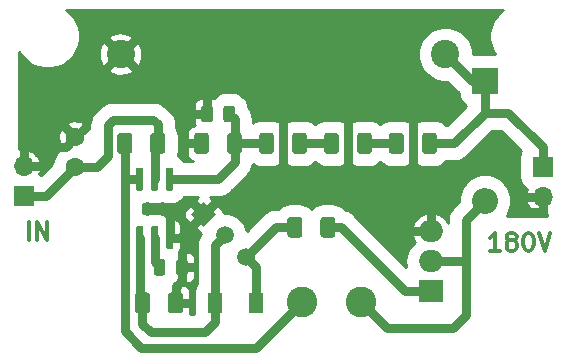
<source format=gtl>
G04 #@! TF.GenerationSoftware,KiCad,Pcbnew,5.1.5+dfsg1-2build2*
G04 #@! TF.CreationDate,2021-09-03T15:27:24+02:00*
G04 #@! TF.ProjectId,180V power supply,31383056-2070-46f7-9765-722073757070,rev?*
G04 #@! TF.SameCoordinates,Original*
G04 #@! TF.FileFunction,Copper,L1,Top*
G04 #@! TF.FilePolarity,Positive*
%FSLAX46Y46*%
G04 Gerber Fmt 4.6, Leading zero omitted, Abs format (unit mm)*
G04 Created by KiCad (PCBNEW 5.1.5+dfsg1-2build2) date 2021-09-03 15:27:24*
%MOMM*%
%LPD*%
G04 APERTURE LIST*
%ADD10C,0.300000*%
%ADD11O,1.700000X1.700000*%
%ADD12R,1.700000X1.700000*%
%ADD13C,2.400000*%
%ADD14C,1.600000*%
%ADD15C,0.100000*%
%ADD16R,1.300000X1.700000*%
%ADD17R,2.200000X2.200000*%
%ADD18O,2.200000X2.200000*%
%ADD19C,1.500000*%
%ADD20R,2.000000X1.905000*%
%ADD21O,2.000000X1.905000*%
%ADD22C,2.600000*%
%ADD23C,0.800000*%
%ADD24C,0.254000*%
G04 APERTURE END LIST*
D10*
X65964285Y-75678571D02*
X65964285Y-74178571D01*
X66678571Y-75678571D02*
X66678571Y-74178571D01*
X67535714Y-75678571D01*
X67535714Y-74178571D01*
X105857142Y-76578571D02*
X105000000Y-76578571D01*
X105428571Y-76578571D02*
X105428571Y-75078571D01*
X105285714Y-75292857D01*
X105142857Y-75435714D01*
X105000000Y-75507142D01*
X106714285Y-75721428D02*
X106571428Y-75650000D01*
X106500000Y-75578571D01*
X106428571Y-75435714D01*
X106428571Y-75364285D01*
X106500000Y-75221428D01*
X106571428Y-75150000D01*
X106714285Y-75078571D01*
X107000000Y-75078571D01*
X107142857Y-75150000D01*
X107214285Y-75221428D01*
X107285714Y-75364285D01*
X107285714Y-75435714D01*
X107214285Y-75578571D01*
X107142857Y-75650000D01*
X107000000Y-75721428D01*
X106714285Y-75721428D01*
X106571428Y-75792857D01*
X106500000Y-75864285D01*
X106428571Y-76007142D01*
X106428571Y-76292857D01*
X106500000Y-76435714D01*
X106571428Y-76507142D01*
X106714285Y-76578571D01*
X107000000Y-76578571D01*
X107142857Y-76507142D01*
X107214285Y-76435714D01*
X107285714Y-76292857D01*
X107285714Y-76007142D01*
X107214285Y-75864285D01*
X107142857Y-75792857D01*
X107000000Y-75721428D01*
X108214285Y-75078571D02*
X108357142Y-75078571D01*
X108500000Y-75150000D01*
X108571428Y-75221428D01*
X108642857Y-75364285D01*
X108714285Y-75650000D01*
X108714285Y-76007142D01*
X108642857Y-76292857D01*
X108571428Y-76435714D01*
X108500000Y-76507142D01*
X108357142Y-76578571D01*
X108214285Y-76578571D01*
X108071428Y-76507142D01*
X108000000Y-76435714D01*
X107928571Y-76292857D01*
X107857142Y-76007142D01*
X107857142Y-75650000D01*
X107928571Y-75364285D01*
X108000000Y-75221428D01*
X108071428Y-75150000D01*
X108214285Y-75078571D01*
X109142857Y-75078571D02*
X109642857Y-76578571D01*
X110142857Y-75078571D01*
D11*
X109500000Y-72040000D03*
D12*
X109500000Y-69500000D03*
X65532000Y-72000000D03*
D11*
X65532000Y-69460000D03*
D13*
X101250000Y-59944000D03*
X73750000Y-59944000D03*
D14*
X69900000Y-69500000D03*
X69900000Y-67000000D03*
G04 #@! TA.AperFunction,SMDPad,CuDef*
D15*
G36*
X81330142Y-64301174D02*
G01*
X81353803Y-64304684D01*
X81377007Y-64310496D01*
X81399529Y-64318554D01*
X81421153Y-64328782D01*
X81441670Y-64341079D01*
X81460883Y-64355329D01*
X81478607Y-64371393D01*
X81494671Y-64389117D01*
X81508921Y-64408330D01*
X81521218Y-64428847D01*
X81531446Y-64450471D01*
X81539504Y-64472993D01*
X81545316Y-64496197D01*
X81548826Y-64519858D01*
X81550000Y-64543750D01*
X81550000Y-65456250D01*
X81548826Y-65480142D01*
X81545316Y-65503803D01*
X81539504Y-65527007D01*
X81531446Y-65549529D01*
X81521218Y-65571153D01*
X81508921Y-65591670D01*
X81494671Y-65610883D01*
X81478607Y-65628607D01*
X81460883Y-65644671D01*
X81441670Y-65658921D01*
X81421153Y-65671218D01*
X81399529Y-65681446D01*
X81377007Y-65689504D01*
X81353803Y-65695316D01*
X81330142Y-65698826D01*
X81306250Y-65700000D01*
X80818750Y-65700000D01*
X80794858Y-65698826D01*
X80771197Y-65695316D01*
X80747993Y-65689504D01*
X80725471Y-65681446D01*
X80703847Y-65671218D01*
X80683330Y-65658921D01*
X80664117Y-65644671D01*
X80646393Y-65628607D01*
X80630329Y-65610883D01*
X80616079Y-65591670D01*
X80603782Y-65571153D01*
X80593554Y-65549529D01*
X80585496Y-65527007D01*
X80579684Y-65503803D01*
X80576174Y-65480142D01*
X80575000Y-65456250D01*
X80575000Y-64543750D01*
X80576174Y-64519858D01*
X80579684Y-64496197D01*
X80585496Y-64472993D01*
X80593554Y-64450471D01*
X80603782Y-64428847D01*
X80616079Y-64408330D01*
X80630329Y-64389117D01*
X80646393Y-64371393D01*
X80664117Y-64355329D01*
X80683330Y-64341079D01*
X80703847Y-64328782D01*
X80725471Y-64318554D01*
X80747993Y-64310496D01*
X80771197Y-64304684D01*
X80794858Y-64301174D01*
X80818750Y-64300000D01*
X81306250Y-64300000D01*
X81330142Y-64301174D01*
G37*
G04 #@! TD.AperFunction*
G04 #@! TA.AperFunction,SMDPad,CuDef*
G36*
X83205142Y-64301174D02*
G01*
X83228803Y-64304684D01*
X83252007Y-64310496D01*
X83274529Y-64318554D01*
X83296153Y-64328782D01*
X83316670Y-64341079D01*
X83335883Y-64355329D01*
X83353607Y-64371393D01*
X83369671Y-64389117D01*
X83383921Y-64408330D01*
X83396218Y-64428847D01*
X83406446Y-64450471D01*
X83414504Y-64472993D01*
X83420316Y-64496197D01*
X83423826Y-64519858D01*
X83425000Y-64543750D01*
X83425000Y-65456250D01*
X83423826Y-65480142D01*
X83420316Y-65503803D01*
X83414504Y-65527007D01*
X83406446Y-65549529D01*
X83396218Y-65571153D01*
X83383921Y-65591670D01*
X83369671Y-65610883D01*
X83353607Y-65628607D01*
X83335883Y-65644671D01*
X83316670Y-65658921D01*
X83296153Y-65671218D01*
X83274529Y-65681446D01*
X83252007Y-65689504D01*
X83228803Y-65695316D01*
X83205142Y-65698826D01*
X83181250Y-65700000D01*
X82693750Y-65700000D01*
X82669858Y-65698826D01*
X82646197Y-65695316D01*
X82622993Y-65689504D01*
X82600471Y-65681446D01*
X82578847Y-65671218D01*
X82558330Y-65658921D01*
X82539117Y-65644671D01*
X82521393Y-65628607D01*
X82505329Y-65610883D01*
X82491079Y-65591670D01*
X82478782Y-65571153D01*
X82468554Y-65549529D01*
X82460496Y-65527007D01*
X82454684Y-65503803D01*
X82451174Y-65480142D01*
X82450000Y-65456250D01*
X82450000Y-64543750D01*
X82451174Y-64519858D01*
X82454684Y-64496197D01*
X82460496Y-64472993D01*
X82468554Y-64450471D01*
X82478782Y-64428847D01*
X82491079Y-64408330D01*
X82505329Y-64389117D01*
X82521393Y-64371393D01*
X82539117Y-64355329D01*
X82558330Y-64341079D01*
X82578847Y-64328782D01*
X82600471Y-64318554D01*
X82622993Y-64310496D01*
X82646197Y-64304684D01*
X82669858Y-64301174D01*
X82693750Y-64300000D01*
X83181250Y-64300000D01*
X83205142Y-64301174D01*
G37*
G04 #@! TD.AperFunction*
G04 #@! TA.AperFunction,SMDPad,CuDef*
G36*
X77330142Y-77301174D02*
G01*
X77353803Y-77304684D01*
X77377007Y-77310496D01*
X77399529Y-77318554D01*
X77421153Y-77328782D01*
X77441670Y-77341079D01*
X77460883Y-77355329D01*
X77478607Y-77371393D01*
X77494671Y-77389117D01*
X77508921Y-77408330D01*
X77521218Y-77428847D01*
X77531446Y-77450471D01*
X77539504Y-77472993D01*
X77545316Y-77496197D01*
X77548826Y-77519858D01*
X77550000Y-77543750D01*
X77550000Y-78456250D01*
X77548826Y-78480142D01*
X77545316Y-78503803D01*
X77539504Y-78527007D01*
X77531446Y-78549529D01*
X77521218Y-78571153D01*
X77508921Y-78591670D01*
X77494671Y-78610883D01*
X77478607Y-78628607D01*
X77460883Y-78644671D01*
X77441670Y-78658921D01*
X77421153Y-78671218D01*
X77399529Y-78681446D01*
X77377007Y-78689504D01*
X77353803Y-78695316D01*
X77330142Y-78698826D01*
X77306250Y-78700000D01*
X76818750Y-78700000D01*
X76794858Y-78698826D01*
X76771197Y-78695316D01*
X76747993Y-78689504D01*
X76725471Y-78681446D01*
X76703847Y-78671218D01*
X76683330Y-78658921D01*
X76664117Y-78644671D01*
X76646393Y-78628607D01*
X76630329Y-78610883D01*
X76616079Y-78591670D01*
X76603782Y-78571153D01*
X76593554Y-78549529D01*
X76585496Y-78527007D01*
X76579684Y-78503803D01*
X76576174Y-78480142D01*
X76575000Y-78456250D01*
X76575000Y-77543750D01*
X76576174Y-77519858D01*
X76579684Y-77496197D01*
X76585496Y-77472993D01*
X76593554Y-77450471D01*
X76603782Y-77428847D01*
X76616079Y-77408330D01*
X76630329Y-77389117D01*
X76646393Y-77371393D01*
X76664117Y-77355329D01*
X76683330Y-77341079D01*
X76703847Y-77328782D01*
X76725471Y-77318554D01*
X76747993Y-77310496D01*
X76771197Y-77304684D01*
X76794858Y-77301174D01*
X76818750Y-77300000D01*
X77306250Y-77300000D01*
X77330142Y-77301174D01*
G37*
G04 #@! TD.AperFunction*
G04 #@! TA.AperFunction,SMDPad,CuDef*
G36*
X79205142Y-77301174D02*
G01*
X79228803Y-77304684D01*
X79252007Y-77310496D01*
X79274529Y-77318554D01*
X79296153Y-77328782D01*
X79316670Y-77341079D01*
X79335883Y-77355329D01*
X79353607Y-77371393D01*
X79369671Y-77389117D01*
X79383921Y-77408330D01*
X79396218Y-77428847D01*
X79406446Y-77450471D01*
X79414504Y-77472993D01*
X79420316Y-77496197D01*
X79423826Y-77519858D01*
X79425000Y-77543750D01*
X79425000Y-78456250D01*
X79423826Y-78480142D01*
X79420316Y-78503803D01*
X79414504Y-78527007D01*
X79406446Y-78549529D01*
X79396218Y-78571153D01*
X79383921Y-78591670D01*
X79369671Y-78610883D01*
X79353607Y-78628607D01*
X79335883Y-78644671D01*
X79316670Y-78658921D01*
X79296153Y-78671218D01*
X79274529Y-78681446D01*
X79252007Y-78689504D01*
X79228803Y-78695316D01*
X79205142Y-78698826D01*
X79181250Y-78700000D01*
X78693750Y-78700000D01*
X78669858Y-78698826D01*
X78646197Y-78695316D01*
X78622993Y-78689504D01*
X78600471Y-78681446D01*
X78578847Y-78671218D01*
X78558330Y-78658921D01*
X78539117Y-78644671D01*
X78521393Y-78628607D01*
X78505329Y-78610883D01*
X78491079Y-78591670D01*
X78478782Y-78571153D01*
X78468554Y-78549529D01*
X78460496Y-78527007D01*
X78454684Y-78503803D01*
X78451174Y-78480142D01*
X78450000Y-78456250D01*
X78450000Y-77543750D01*
X78451174Y-77519858D01*
X78454684Y-77496197D01*
X78460496Y-77472993D01*
X78468554Y-77450471D01*
X78478782Y-77428847D01*
X78491079Y-77408330D01*
X78505329Y-77389117D01*
X78521393Y-77371393D01*
X78539117Y-77355329D01*
X78558330Y-77341079D01*
X78578847Y-77328782D01*
X78600471Y-77318554D01*
X78622993Y-77310496D01*
X78646197Y-77304684D01*
X78669858Y-77301174D01*
X78693750Y-77300000D01*
X79181250Y-77300000D01*
X79205142Y-77301174D01*
G37*
G04 #@! TD.AperFunction*
D16*
X85250000Y-81000000D03*
X81750000Y-81000000D03*
D17*
X104600000Y-62200000D03*
D18*
X104600000Y-72360000D03*
D19*
X82600000Y-75300000D03*
X84396051Y-77096051D03*
G04 #@! TA.AperFunction,ComponentPad*
D15*
G36*
X80803949Y-74564609D02*
G01*
X79743289Y-73503949D01*
X80803949Y-72443289D01*
X81864609Y-73503949D01*
X80803949Y-74564609D01*
G37*
G04 #@! TD.AperFunction*
D20*
X100000000Y-80000000D03*
D21*
X100000000Y-77460000D03*
X100000000Y-74920000D03*
G04 #@! TA.AperFunction,SMDPad,CuDef*
D15*
G36*
X83799504Y-66626204D02*
G01*
X83823773Y-66629804D01*
X83847571Y-66635765D01*
X83870671Y-66644030D01*
X83892849Y-66654520D01*
X83913893Y-66667133D01*
X83933598Y-66681747D01*
X83951777Y-66698223D01*
X83968253Y-66716402D01*
X83982867Y-66736107D01*
X83995480Y-66757151D01*
X84005970Y-66779329D01*
X84014235Y-66802429D01*
X84020196Y-66826227D01*
X84023796Y-66850496D01*
X84025000Y-66875000D01*
X84025000Y-68125000D01*
X84023796Y-68149504D01*
X84020196Y-68173773D01*
X84014235Y-68197571D01*
X84005970Y-68220671D01*
X83995480Y-68242849D01*
X83982867Y-68263893D01*
X83968253Y-68283598D01*
X83951777Y-68301777D01*
X83933598Y-68318253D01*
X83913893Y-68332867D01*
X83892849Y-68345480D01*
X83870671Y-68355970D01*
X83847571Y-68364235D01*
X83823773Y-68370196D01*
X83799504Y-68373796D01*
X83775000Y-68375000D01*
X83025000Y-68375000D01*
X83000496Y-68373796D01*
X82976227Y-68370196D01*
X82952429Y-68364235D01*
X82929329Y-68355970D01*
X82907151Y-68345480D01*
X82886107Y-68332867D01*
X82866402Y-68318253D01*
X82848223Y-68301777D01*
X82831747Y-68283598D01*
X82817133Y-68263893D01*
X82804520Y-68242849D01*
X82794030Y-68220671D01*
X82785765Y-68197571D01*
X82779804Y-68173773D01*
X82776204Y-68149504D01*
X82775000Y-68125000D01*
X82775000Y-66875000D01*
X82776204Y-66850496D01*
X82779804Y-66826227D01*
X82785765Y-66802429D01*
X82794030Y-66779329D01*
X82804520Y-66757151D01*
X82817133Y-66736107D01*
X82831747Y-66716402D01*
X82848223Y-66698223D01*
X82866402Y-66681747D01*
X82886107Y-66667133D01*
X82907151Y-66654520D01*
X82929329Y-66644030D01*
X82952429Y-66635765D01*
X82976227Y-66629804D01*
X83000496Y-66626204D01*
X83025000Y-66625000D01*
X83775000Y-66625000D01*
X83799504Y-66626204D01*
G37*
G04 #@! TD.AperFunction*
G04 #@! TA.AperFunction,SMDPad,CuDef*
G36*
X80999504Y-66626204D02*
G01*
X81023773Y-66629804D01*
X81047571Y-66635765D01*
X81070671Y-66644030D01*
X81092849Y-66654520D01*
X81113893Y-66667133D01*
X81133598Y-66681747D01*
X81151777Y-66698223D01*
X81168253Y-66716402D01*
X81182867Y-66736107D01*
X81195480Y-66757151D01*
X81205970Y-66779329D01*
X81214235Y-66802429D01*
X81220196Y-66826227D01*
X81223796Y-66850496D01*
X81225000Y-66875000D01*
X81225000Y-68125000D01*
X81223796Y-68149504D01*
X81220196Y-68173773D01*
X81214235Y-68197571D01*
X81205970Y-68220671D01*
X81195480Y-68242849D01*
X81182867Y-68263893D01*
X81168253Y-68283598D01*
X81151777Y-68301777D01*
X81133598Y-68318253D01*
X81113893Y-68332867D01*
X81092849Y-68345480D01*
X81070671Y-68355970D01*
X81047571Y-68364235D01*
X81023773Y-68370196D01*
X80999504Y-68373796D01*
X80975000Y-68375000D01*
X80225000Y-68375000D01*
X80200496Y-68373796D01*
X80176227Y-68370196D01*
X80152429Y-68364235D01*
X80129329Y-68355970D01*
X80107151Y-68345480D01*
X80086107Y-68332867D01*
X80066402Y-68318253D01*
X80048223Y-68301777D01*
X80031747Y-68283598D01*
X80017133Y-68263893D01*
X80004520Y-68242849D01*
X79994030Y-68220671D01*
X79985765Y-68197571D01*
X79979804Y-68173773D01*
X79976204Y-68149504D01*
X79975000Y-68125000D01*
X79975000Y-66875000D01*
X79976204Y-66850496D01*
X79979804Y-66826227D01*
X79985765Y-66802429D01*
X79994030Y-66779329D01*
X80004520Y-66757151D01*
X80017133Y-66736107D01*
X80031747Y-66716402D01*
X80048223Y-66698223D01*
X80066402Y-66681747D01*
X80086107Y-66667133D01*
X80107151Y-66654520D01*
X80129329Y-66644030D01*
X80152429Y-66635765D01*
X80176227Y-66629804D01*
X80200496Y-66626204D01*
X80225000Y-66625000D01*
X80975000Y-66625000D01*
X80999504Y-66626204D01*
G37*
G04 #@! TD.AperFunction*
G04 #@! TA.AperFunction,SMDPad,CuDef*
G36*
X77299504Y-66626204D02*
G01*
X77323773Y-66629804D01*
X77347571Y-66635765D01*
X77370671Y-66644030D01*
X77392849Y-66654520D01*
X77413893Y-66667133D01*
X77433598Y-66681747D01*
X77451777Y-66698223D01*
X77468253Y-66716402D01*
X77482867Y-66736107D01*
X77495480Y-66757151D01*
X77505970Y-66779329D01*
X77514235Y-66802429D01*
X77520196Y-66826227D01*
X77523796Y-66850496D01*
X77525000Y-66875000D01*
X77525000Y-68125000D01*
X77523796Y-68149504D01*
X77520196Y-68173773D01*
X77514235Y-68197571D01*
X77505970Y-68220671D01*
X77495480Y-68242849D01*
X77482867Y-68263893D01*
X77468253Y-68283598D01*
X77451777Y-68301777D01*
X77433598Y-68318253D01*
X77413893Y-68332867D01*
X77392849Y-68345480D01*
X77370671Y-68355970D01*
X77347571Y-68364235D01*
X77323773Y-68370196D01*
X77299504Y-68373796D01*
X77275000Y-68375000D01*
X76525000Y-68375000D01*
X76500496Y-68373796D01*
X76476227Y-68370196D01*
X76452429Y-68364235D01*
X76429329Y-68355970D01*
X76407151Y-68345480D01*
X76386107Y-68332867D01*
X76366402Y-68318253D01*
X76348223Y-68301777D01*
X76331747Y-68283598D01*
X76317133Y-68263893D01*
X76304520Y-68242849D01*
X76294030Y-68220671D01*
X76285765Y-68197571D01*
X76279804Y-68173773D01*
X76276204Y-68149504D01*
X76275000Y-68125000D01*
X76275000Y-66875000D01*
X76276204Y-66850496D01*
X76279804Y-66826227D01*
X76285765Y-66802429D01*
X76294030Y-66779329D01*
X76304520Y-66757151D01*
X76317133Y-66736107D01*
X76331747Y-66716402D01*
X76348223Y-66698223D01*
X76366402Y-66681747D01*
X76386107Y-66667133D01*
X76407151Y-66654520D01*
X76429329Y-66644030D01*
X76452429Y-66635765D01*
X76476227Y-66629804D01*
X76500496Y-66626204D01*
X76525000Y-66625000D01*
X77275000Y-66625000D01*
X77299504Y-66626204D01*
G37*
G04 #@! TD.AperFunction*
G04 #@! TA.AperFunction,SMDPad,CuDef*
G36*
X74499504Y-66626204D02*
G01*
X74523773Y-66629804D01*
X74547571Y-66635765D01*
X74570671Y-66644030D01*
X74592849Y-66654520D01*
X74613893Y-66667133D01*
X74633598Y-66681747D01*
X74651777Y-66698223D01*
X74668253Y-66716402D01*
X74682867Y-66736107D01*
X74695480Y-66757151D01*
X74705970Y-66779329D01*
X74714235Y-66802429D01*
X74720196Y-66826227D01*
X74723796Y-66850496D01*
X74725000Y-66875000D01*
X74725000Y-68125000D01*
X74723796Y-68149504D01*
X74720196Y-68173773D01*
X74714235Y-68197571D01*
X74705970Y-68220671D01*
X74695480Y-68242849D01*
X74682867Y-68263893D01*
X74668253Y-68283598D01*
X74651777Y-68301777D01*
X74633598Y-68318253D01*
X74613893Y-68332867D01*
X74592849Y-68345480D01*
X74570671Y-68355970D01*
X74547571Y-68364235D01*
X74523773Y-68370196D01*
X74499504Y-68373796D01*
X74475000Y-68375000D01*
X73725000Y-68375000D01*
X73700496Y-68373796D01*
X73676227Y-68370196D01*
X73652429Y-68364235D01*
X73629329Y-68355970D01*
X73607151Y-68345480D01*
X73586107Y-68332867D01*
X73566402Y-68318253D01*
X73548223Y-68301777D01*
X73531747Y-68283598D01*
X73517133Y-68263893D01*
X73504520Y-68242849D01*
X73494030Y-68220671D01*
X73485765Y-68197571D01*
X73479804Y-68173773D01*
X73476204Y-68149504D01*
X73475000Y-68125000D01*
X73475000Y-66875000D01*
X73476204Y-66850496D01*
X73479804Y-66826227D01*
X73485765Y-66802429D01*
X73494030Y-66779329D01*
X73504520Y-66757151D01*
X73517133Y-66736107D01*
X73531747Y-66716402D01*
X73548223Y-66698223D01*
X73566402Y-66681747D01*
X73586107Y-66667133D01*
X73607151Y-66654520D01*
X73629329Y-66644030D01*
X73652429Y-66635765D01*
X73676227Y-66629804D01*
X73700496Y-66626204D01*
X73725000Y-66625000D01*
X74475000Y-66625000D01*
X74499504Y-66626204D01*
G37*
G04 #@! TD.AperFunction*
G04 #@! TA.AperFunction,SMDPad,CuDef*
G36*
X86499504Y-66626204D02*
G01*
X86523773Y-66629804D01*
X86547571Y-66635765D01*
X86570671Y-66644030D01*
X86592849Y-66654520D01*
X86613893Y-66667133D01*
X86633598Y-66681747D01*
X86651777Y-66698223D01*
X86668253Y-66716402D01*
X86682867Y-66736107D01*
X86695480Y-66757151D01*
X86705970Y-66779329D01*
X86714235Y-66802429D01*
X86720196Y-66826227D01*
X86723796Y-66850496D01*
X86725000Y-66875000D01*
X86725000Y-68125000D01*
X86723796Y-68149504D01*
X86720196Y-68173773D01*
X86714235Y-68197571D01*
X86705970Y-68220671D01*
X86695480Y-68242849D01*
X86682867Y-68263893D01*
X86668253Y-68283598D01*
X86651777Y-68301777D01*
X86633598Y-68318253D01*
X86613893Y-68332867D01*
X86592849Y-68345480D01*
X86570671Y-68355970D01*
X86547571Y-68364235D01*
X86523773Y-68370196D01*
X86499504Y-68373796D01*
X86475000Y-68375000D01*
X85725000Y-68375000D01*
X85700496Y-68373796D01*
X85676227Y-68370196D01*
X85652429Y-68364235D01*
X85629329Y-68355970D01*
X85607151Y-68345480D01*
X85586107Y-68332867D01*
X85566402Y-68318253D01*
X85548223Y-68301777D01*
X85531747Y-68283598D01*
X85517133Y-68263893D01*
X85504520Y-68242849D01*
X85494030Y-68220671D01*
X85485765Y-68197571D01*
X85479804Y-68173773D01*
X85476204Y-68149504D01*
X85475000Y-68125000D01*
X85475000Y-66875000D01*
X85476204Y-66850496D01*
X85479804Y-66826227D01*
X85485765Y-66802429D01*
X85494030Y-66779329D01*
X85504520Y-66757151D01*
X85517133Y-66736107D01*
X85531747Y-66716402D01*
X85548223Y-66698223D01*
X85566402Y-66681747D01*
X85586107Y-66667133D01*
X85607151Y-66654520D01*
X85629329Y-66644030D01*
X85652429Y-66635765D01*
X85676227Y-66629804D01*
X85700496Y-66626204D01*
X85725000Y-66625000D01*
X86475000Y-66625000D01*
X86499504Y-66626204D01*
G37*
G04 #@! TD.AperFunction*
G04 #@! TA.AperFunction,SMDPad,CuDef*
G36*
X89299504Y-66626204D02*
G01*
X89323773Y-66629804D01*
X89347571Y-66635765D01*
X89370671Y-66644030D01*
X89392849Y-66654520D01*
X89413893Y-66667133D01*
X89433598Y-66681747D01*
X89451777Y-66698223D01*
X89468253Y-66716402D01*
X89482867Y-66736107D01*
X89495480Y-66757151D01*
X89505970Y-66779329D01*
X89514235Y-66802429D01*
X89520196Y-66826227D01*
X89523796Y-66850496D01*
X89525000Y-66875000D01*
X89525000Y-68125000D01*
X89523796Y-68149504D01*
X89520196Y-68173773D01*
X89514235Y-68197571D01*
X89505970Y-68220671D01*
X89495480Y-68242849D01*
X89482867Y-68263893D01*
X89468253Y-68283598D01*
X89451777Y-68301777D01*
X89433598Y-68318253D01*
X89413893Y-68332867D01*
X89392849Y-68345480D01*
X89370671Y-68355970D01*
X89347571Y-68364235D01*
X89323773Y-68370196D01*
X89299504Y-68373796D01*
X89275000Y-68375000D01*
X88525000Y-68375000D01*
X88500496Y-68373796D01*
X88476227Y-68370196D01*
X88452429Y-68364235D01*
X88429329Y-68355970D01*
X88407151Y-68345480D01*
X88386107Y-68332867D01*
X88366402Y-68318253D01*
X88348223Y-68301777D01*
X88331747Y-68283598D01*
X88317133Y-68263893D01*
X88304520Y-68242849D01*
X88294030Y-68220671D01*
X88285765Y-68197571D01*
X88279804Y-68173773D01*
X88276204Y-68149504D01*
X88275000Y-68125000D01*
X88275000Y-66875000D01*
X88276204Y-66850496D01*
X88279804Y-66826227D01*
X88285765Y-66802429D01*
X88294030Y-66779329D01*
X88304520Y-66757151D01*
X88317133Y-66736107D01*
X88331747Y-66716402D01*
X88348223Y-66698223D01*
X88366402Y-66681747D01*
X88386107Y-66667133D01*
X88407151Y-66654520D01*
X88429329Y-66644030D01*
X88452429Y-66635765D01*
X88476227Y-66629804D01*
X88500496Y-66626204D01*
X88525000Y-66625000D01*
X89275000Y-66625000D01*
X89299504Y-66626204D01*
G37*
G04 #@! TD.AperFunction*
G04 #@! TA.AperFunction,SMDPad,CuDef*
G36*
X94799504Y-66626204D02*
G01*
X94823773Y-66629804D01*
X94847571Y-66635765D01*
X94870671Y-66644030D01*
X94892849Y-66654520D01*
X94913893Y-66667133D01*
X94933598Y-66681747D01*
X94951777Y-66698223D01*
X94968253Y-66716402D01*
X94982867Y-66736107D01*
X94995480Y-66757151D01*
X95005970Y-66779329D01*
X95014235Y-66802429D01*
X95020196Y-66826227D01*
X95023796Y-66850496D01*
X95025000Y-66875000D01*
X95025000Y-68125000D01*
X95023796Y-68149504D01*
X95020196Y-68173773D01*
X95014235Y-68197571D01*
X95005970Y-68220671D01*
X94995480Y-68242849D01*
X94982867Y-68263893D01*
X94968253Y-68283598D01*
X94951777Y-68301777D01*
X94933598Y-68318253D01*
X94913893Y-68332867D01*
X94892849Y-68345480D01*
X94870671Y-68355970D01*
X94847571Y-68364235D01*
X94823773Y-68370196D01*
X94799504Y-68373796D01*
X94775000Y-68375000D01*
X94025000Y-68375000D01*
X94000496Y-68373796D01*
X93976227Y-68370196D01*
X93952429Y-68364235D01*
X93929329Y-68355970D01*
X93907151Y-68345480D01*
X93886107Y-68332867D01*
X93866402Y-68318253D01*
X93848223Y-68301777D01*
X93831747Y-68283598D01*
X93817133Y-68263893D01*
X93804520Y-68242849D01*
X93794030Y-68220671D01*
X93785765Y-68197571D01*
X93779804Y-68173773D01*
X93776204Y-68149504D01*
X93775000Y-68125000D01*
X93775000Y-66875000D01*
X93776204Y-66850496D01*
X93779804Y-66826227D01*
X93785765Y-66802429D01*
X93794030Y-66779329D01*
X93804520Y-66757151D01*
X93817133Y-66736107D01*
X93831747Y-66716402D01*
X93848223Y-66698223D01*
X93866402Y-66681747D01*
X93886107Y-66667133D01*
X93907151Y-66654520D01*
X93929329Y-66644030D01*
X93952429Y-66635765D01*
X93976227Y-66629804D01*
X94000496Y-66626204D01*
X94025000Y-66625000D01*
X94775000Y-66625000D01*
X94799504Y-66626204D01*
G37*
G04 #@! TD.AperFunction*
G04 #@! TA.AperFunction,SMDPad,CuDef*
G36*
X91999504Y-66626204D02*
G01*
X92023773Y-66629804D01*
X92047571Y-66635765D01*
X92070671Y-66644030D01*
X92092849Y-66654520D01*
X92113893Y-66667133D01*
X92133598Y-66681747D01*
X92151777Y-66698223D01*
X92168253Y-66716402D01*
X92182867Y-66736107D01*
X92195480Y-66757151D01*
X92205970Y-66779329D01*
X92214235Y-66802429D01*
X92220196Y-66826227D01*
X92223796Y-66850496D01*
X92225000Y-66875000D01*
X92225000Y-68125000D01*
X92223796Y-68149504D01*
X92220196Y-68173773D01*
X92214235Y-68197571D01*
X92205970Y-68220671D01*
X92195480Y-68242849D01*
X92182867Y-68263893D01*
X92168253Y-68283598D01*
X92151777Y-68301777D01*
X92133598Y-68318253D01*
X92113893Y-68332867D01*
X92092849Y-68345480D01*
X92070671Y-68355970D01*
X92047571Y-68364235D01*
X92023773Y-68370196D01*
X91999504Y-68373796D01*
X91975000Y-68375000D01*
X91225000Y-68375000D01*
X91200496Y-68373796D01*
X91176227Y-68370196D01*
X91152429Y-68364235D01*
X91129329Y-68355970D01*
X91107151Y-68345480D01*
X91086107Y-68332867D01*
X91066402Y-68318253D01*
X91048223Y-68301777D01*
X91031747Y-68283598D01*
X91017133Y-68263893D01*
X91004520Y-68242849D01*
X90994030Y-68220671D01*
X90985765Y-68197571D01*
X90979804Y-68173773D01*
X90976204Y-68149504D01*
X90975000Y-68125000D01*
X90975000Y-66875000D01*
X90976204Y-66850496D01*
X90979804Y-66826227D01*
X90985765Y-66802429D01*
X90994030Y-66779329D01*
X91004520Y-66757151D01*
X91017133Y-66736107D01*
X91031747Y-66716402D01*
X91048223Y-66698223D01*
X91066402Y-66681747D01*
X91086107Y-66667133D01*
X91107151Y-66654520D01*
X91129329Y-66644030D01*
X91152429Y-66635765D01*
X91176227Y-66629804D01*
X91200496Y-66626204D01*
X91225000Y-66625000D01*
X91975000Y-66625000D01*
X91999504Y-66626204D01*
G37*
G04 #@! TD.AperFunction*
G04 #@! TA.AperFunction,SMDPad,CuDef*
G36*
X97499504Y-66626204D02*
G01*
X97523773Y-66629804D01*
X97547571Y-66635765D01*
X97570671Y-66644030D01*
X97592849Y-66654520D01*
X97613893Y-66667133D01*
X97633598Y-66681747D01*
X97651777Y-66698223D01*
X97668253Y-66716402D01*
X97682867Y-66736107D01*
X97695480Y-66757151D01*
X97705970Y-66779329D01*
X97714235Y-66802429D01*
X97720196Y-66826227D01*
X97723796Y-66850496D01*
X97725000Y-66875000D01*
X97725000Y-68125000D01*
X97723796Y-68149504D01*
X97720196Y-68173773D01*
X97714235Y-68197571D01*
X97705970Y-68220671D01*
X97695480Y-68242849D01*
X97682867Y-68263893D01*
X97668253Y-68283598D01*
X97651777Y-68301777D01*
X97633598Y-68318253D01*
X97613893Y-68332867D01*
X97592849Y-68345480D01*
X97570671Y-68355970D01*
X97547571Y-68364235D01*
X97523773Y-68370196D01*
X97499504Y-68373796D01*
X97475000Y-68375000D01*
X96725000Y-68375000D01*
X96700496Y-68373796D01*
X96676227Y-68370196D01*
X96652429Y-68364235D01*
X96629329Y-68355970D01*
X96607151Y-68345480D01*
X96586107Y-68332867D01*
X96566402Y-68318253D01*
X96548223Y-68301777D01*
X96531747Y-68283598D01*
X96517133Y-68263893D01*
X96504520Y-68242849D01*
X96494030Y-68220671D01*
X96485765Y-68197571D01*
X96479804Y-68173773D01*
X96476204Y-68149504D01*
X96475000Y-68125000D01*
X96475000Y-66875000D01*
X96476204Y-66850496D01*
X96479804Y-66826227D01*
X96485765Y-66802429D01*
X96494030Y-66779329D01*
X96504520Y-66757151D01*
X96517133Y-66736107D01*
X96531747Y-66716402D01*
X96548223Y-66698223D01*
X96566402Y-66681747D01*
X96586107Y-66667133D01*
X96607151Y-66654520D01*
X96629329Y-66644030D01*
X96652429Y-66635765D01*
X96676227Y-66629804D01*
X96700496Y-66626204D01*
X96725000Y-66625000D01*
X97475000Y-66625000D01*
X97499504Y-66626204D01*
G37*
G04 #@! TD.AperFunction*
G04 #@! TA.AperFunction,SMDPad,CuDef*
G36*
X100299504Y-66626204D02*
G01*
X100323773Y-66629804D01*
X100347571Y-66635765D01*
X100370671Y-66644030D01*
X100392849Y-66654520D01*
X100413893Y-66667133D01*
X100433598Y-66681747D01*
X100451777Y-66698223D01*
X100468253Y-66716402D01*
X100482867Y-66736107D01*
X100495480Y-66757151D01*
X100505970Y-66779329D01*
X100514235Y-66802429D01*
X100520196Y-66826227D01*
X100523796Y-66850496D01*
X100525000Y-66875000D01*
X100525000Y-68125000D01*
X100523796Y-68149504D01*
X100520196Y-68173773D01*
X100514235Y-68197571D01*
X100505970Y-68220671D01*
X100495480Y-68242849D01*
X100482867Y-68263893D01*
X100468253Y-68283598D01*
X100451777Y-68301777D01*
X100433598Y-68318253D01*
X100413893Y-68332867D01*
X100392849Y-68345480D01*
X100370671Y-68355970D01*
X100347571Y-68364235D01*
X100323773Y-68370196D01*
X100299504Y-68373796D01*
X100275000Y-68375000D01*
X99525000Y-68375000D01*
X99500496Y-68373796D01*
X99476227Y-68370196D01*
X99452429Y-68364235D01*
X99429329Y-68355970D01*
X99407151Y-68345480D01*
X99386107Y-68332867D01*
X99366402Y-68318253D01*
X99348223Y-68301777D01*
X99331747Y-68283598D01*
X99317133Y-68263893D01*
X99304520Y-68242849D01*
X99294030Y-68220671D01*
X99285765Y-68197571D01*
X99279804Y-68173773D01*
X99276204Y-68149504D01*
X99275000Y-68125000D01*
X99275000Y-66875000D01*
X99276204Y-66850496D01*
X99279804Y-66826227D01*
X99285765Y-66802429D01*
X99294030Y-66779329D01*
X99304520Y-66757151D01*
X99317133Y-66736107D01*
X99331747Y-66716402D01*
X99348223Y-66698223D01*
X99366402Y-66681747D01*
X99386107Y-66667133D01*
X99407151Y-66654520D01*
X99429329Y-66644030D01*
X99452429Y-66635765D01*
X99476227Y-66629804D01*
X99500496Y-66626204D01*
X99525000Y-66625000D01*
X100275000Y-66625000D01*
X100299504Y-66626204D01*
G37*
G04 #@! TD.AperFunction*
G04 #@! TA.AperFunction,SMDPad,CuDef*
G36*
X75999504Y-80126204D02*
G01*
X76023773Y-80129804D01*
X76047571Y-80135765D01*
X76070671Y-80144030D01*
X76092849Y-80154520D01*
X76113893Y-80167133D01*
X76133598Y-80181747D01*
X76151777Y-80198223D01*
X76168253Y-80216402D01*
X76182867Y-80236107D01*
X76195480Y-80257151D01*
X76205970Y-80279329D01*
X76214235Y-80302429D01*
X76220196Y-80326227D01*
X76223796Y-80350496D01*
X76225000Y-80375000D01*
X76225000Y-81625000D01*
X76223796Y-81649504D01*
X76220196Y-81673773D01*
X76214235Y-81697571D01*
X76205970Y-81720671D01*
X76195480Y-81742849D01*
X76182867Y-81763893D01*
X76168253Y-81783598D01*
X76151777Y-81801777D01*
X76133598Y-81818253D01*
X76113893Y-81832867D01*
X76092849Y-81845480D01*
X76070671Y-81855970D01*
X76047571Y-81864235D01*
X76023773Y-81870196D01*
X75999504Y-81873796D01*
X75975000Y-81875000D01*
X75225000Y-81875000D01*
X75200496Y-81873796D01*
X75176227Y-81870196D01*
X75152429Y-81864235D01*
X75129329Y-81855970D01*
X75107151Y-81845480D01*
X75086107Y-81832867D01*
X75066402Y-81818253D01*
X75048223Y-81801777D01*
X75031747Y-81783598D01*
X75017133Y-81763893D01*
X75004520Y-81742849D01*
X74994030Y-81720671D01*
X74985765Y-81697571D01*
X74979804Y-81673773D01*
X74976204Y-81649504D01*
X74975000Y-81625000D01*
X74975000Y-80375000D01*
X74976204Y-80350496D01*
X74979804Y-80326227D01*
X74985765Y-80302429D01*
X74994030Y-80279329D01*
X75004520Y-80257151D01*
X75017133Y-80236107D01*
X75031747Y-80216402D01*
X75048223Y-80198223D01*
X75066402Y-80181747D01*
X75086107Y-80167133D01*
X75107151Y-80154520D01*
X75129329Y-80144030D01*
X75152429Y-80135765D01*
X75176227Y-80129804D01*
X75200496Y-80126204D01*
X75225000Y-80125000D01*
X75975000Y-80125000D01*
X75999504Y-80126204D01*
G37*
G04 #@! TD.AperFunction*
G04 #@! TA.AperFunction,SMDPad,CuDef*
G36*
X78799504Y-80126204D02*
G01*
X78823773Y-80129804D01*
X78847571Y-80135765D01*
X78870671Y-80144030D01*
X78892849Y-80154520D01*
X78913893Y-80167133D01*
X78933598Y-80181747D01*
X78951777Y-80198223D01*
X78968253Y-80216402D01*
X78982867Y-80236107D01*
X78995480Y-80257151D01*
X79005970Y-80279329D01*
X79014235Y-80302429D01*
X79020196Y-80326227D01*
X79023796Y-80350496D01*
X79025000Y-80375000D01*
X79025000Y-81625000D01*
X79023796Y-81649504D01*
X79020196Y-81673773D01*
X79014235Y-81697571D01*
X79005970Y-81720671D01*
X78995480Y-81742849D01*
X78982867Y-81763893D01*
X78968253Y-81783598D01*
X78951777Y-81801777D01*
X78933598Y-81818253D01*
X78913893Y-81832867D01*
X78892849Y-81845480D01*
X78870671Y-81855970D01*
X78847571Y-81864235D01*
X78823773Y-81870196D01*
X78799504Y-81873796D01*
X78775000Y-81875000D01*
X78025000Y-81875000D01*
X78000496Y-81873796D01*
X77976227Y-81870196D01*
X77952429Y-81864235D01*
X77929329Y-81855970D01*
X77907151Y-81845480D01*
X77886107Y-81832867D01*
X77866402Y-81818253D01*
X77848223Y-81801777D01*
X77831747Y-81783598D01*
X77817133Y-81763893D01*
X77804520Y-81742849D01*
X77794030Y-81720671D01*
X77785765Y-81697571D01*
X77779804Y-81673773D01*
X77776204Y-81649504D01*
X77775000Y-81625000D01*
X77775000Y-80375000D01*
X77776204Y-80350496D01*
X77779804Y-80326227D01*
X77785765Y-80302429D01*
X77794030Y-80279329D01*
X77804520Y-80257151D01*
X77817133Y-80236107D01*
X77831747Y-80216402D01*
X77848223Y-80198223D01*
X77866402Y-80181747D01*
X77886107Y-80167133D01*
X77907151Y-80154520D01*
X77929329Y-80144030D01*
X77952429Y-80135765D01*
X77976227Y-80129804D01*
X78000496Y-80126204D01*
X78025000Y-80125000D01*
X78775000Y-80125000D01*
X78799504Y-80126204D01*
G37*
G04 #@! TD.AperFunction*
G04 #@! TA.AperFunction,SMDPad,CuDef*
G36*
X91699504Y-73726204D02*
G01*
X91723773Y-73729804D01*
X91747571Y-73735765D01*
X91770671Y-73744030D01*
X91792849Y-73754520D01*
X91813893Y-73767133D01*
X91833598Y-73781747D01*
X91851777Y-73798223D01*
X91868253Y-73816402D01*
X91882867Y-73836107D01*
X91895480Y-73857151D01*
X91905970Y-73879329D01*
X91914235Y-73902429D01*
X91920196Y-73926227D01*
X91923796Y-73950496D01*
X91925000Y-73975000D01*
X91925000Y-75225000D01*
X91923796Y-75249504D01*
X91920196Y-75273773D01*
X91914235Y-75297571D01*
X91905970Y-75320671D01*
X91895480Y-75342849D01*
X91882867Y-75363893D01*
X91868253Y-75383598D01*
X91851777Y-75401777D01*
X91833598Y-75418253D01*
X91813893Y-75432867D01*
X91792849Y-75445480D01*
X91770671Y-75455970D01*
X91747571Y-75464235D01*
X91723773Y-75470196D01*
X91699504Y-75473796D01*
X91675000Y-75475000D01*
X90925000Y-75475000D01*
X90900496Y-75473796D01*
X90876227Y-75470196D01*
X90852429Y-75464235D01*
X90829329Y-75455970D01*
X90807151Y-75445480D01*
X90786107Y-75432867D01*
X90766402Y-75418253D01*
X90748223Y-75401777D01*
X90731747Y-75383598D01*
X90717133Y-75363893D01*
X90704520Y-75342849D01*
X90694030Y-75320671D01*
X90685765Y-75297571D01*
X90679804Y-75273773D01*
X90676204Y-75249504D01*
X90675000Y-75225000D01*
X90675000Y-73975000D01*
X90676204Y-73950496D01*
X90679804Y-73926227D01*
X90685765Y-73902429D01*
X90694030Y-73879329D01*
X90704520Y-73857151D01*
X90717133Y-73836107D01*
X90731747Y-73816402D01*
X90748223Y-73798223D01*
X90766402Y-73781747D01*
X90786107Y-73767133D01*
X90807151Y-73754520D01*
X90829329Y-73744030D01*
X90852429Y-73735765D01*
X90876227Y-73729804D01*
X90900496Y-73726204D01*
X90925000Y-73725000D01*
X91675000Y-73725000D01*
X91699504Y-73726204D01*
G37*
G04 #@! TD.AperFunction*
G04 #@! TA.AperFunction,SMDPad,CuDef*
G36*
X88899504Y-73726204D02*
G01*
X88923773Y-73729804D01*
X88947571Y-73735765D01*
X88970671Y-73744030D01*
X88992849Y-73754520D01*
X89013893Y-73767133D01*
X89033598Y-73781747D01*
X89051777Y-73798223D01*
X89068253Y-73816402D01*
X89082867Y-73836107D01*
X89095480Y-73857151D01*
X89105970Y-73879329D01*
X89114235Y-73902429D01*
X89120196Y-73926227D01*
X89123796Y-73950496D01*
X89125000Y-73975000D01*
X89125000Y-75225000D01*
X89123796Y-75249504D01*
X89120196Y-75273773D01*
X89114235Y-75297571D01*
X89105970Y-75320671D01*
X89095480Y-75342849D01*
X89082867Y-75363893D01*
X89068253Y-75383598D01*
X89051777Y-75401777D01*
X89033598Y-75418253D01*
X89013893Y-75432867D01*
X88992849Y-75445480D01*
X88970671Y-75455970D01*
X88947571Y-75464235D01*
X88923773Y-75470196D01*
X88899504Y-75473796D01*
X88875000Y-75475000D01*
X88125000Y-75475000D01*
X88100496Y-75473796D01*
X88076227Y-75470196D01*
X88052429Y-75464235D01*
X88029329Y-75455970D01*
X88007151Y-75445480D01*
X87986107Y-75432867D01*
X87966402Y-75418253D01*
X87948223Y-75401777D01*
X87931747Y-75383598D01*
X87917133Y-75363893D01*
X87904520Y-75342849D01*
X87894030Y-75320671D01*
X87885765Y-75297571D01*
X87879804Y-75273773D01*
X87876204Y-75249504D01*
X87875000Y-75225000D01*
X87875000Y-73975000D01*
X87876204Y-73950496D01*
X87879804Y-73926227D01*
X87885765Y-73902429D01*
X87894030Y-73879329D01*
X87904520Y-73857151D01*
X87917133Y-73836107D01*
X87931747Y-73816402D01*
X87948223Y-73798223D01*
X87966402Y-73781747D01*
X87986107Y-73767133D01*
X88007151Y-73754520D01*
X88029329Y-73744030D01*
X88052429Y-73735765D01*
X88076227Y-73729804D01*
X88100496Y-73726204D01*
X88125000Y-73725000D01*
X88875000Y-73725000D01*
X88899504Y-73726204D01*
G37*
G04 #@! TD.AperFunction*
G04 #@! TA.AperFunction,SMDPad,CuDef*
G36*
X74259703Y-74500722D02*
G01*
X74274264Y-74502882D01*
X74288543Y-74506459D01*
X74302403Y-74511418D01*
X74315710Y-74517712D01*
X74328336Y-74525280D01*
X74340159Y-74534048D01*
X74351066Y-74543934D01*
X74360952Y-74554841D01*
X74369720Y-74566664D01*
X74377288Y-74579290D01*
X74383582Y-74592597D01*
X74388541Y-74606457D01*
X74392118Y-74620736D01*
X74394278Y-74635297D01*
X74395000Y-74650000D01*
X74395000Y-76300000D01*
X74394278Y-76314703D01*
X74392118Y-76329264D01*
X74388541Y-76343543D01*
X74383582Y-76357403D01*
X74377288Y-76370710D01*
X74369720Y-76383336D01*
X74360952Y-76395159D01*
X74351066Y-76406066D01*
X74340159Y-76415952D01*
X74328336Y-76424720D01*
X74315710Y-76432288D01*
X74302403Y-76438582D01*
X74288543Y-76443541D01*
X74274264Y-76447118D01*
X74259703Y-76449278D01*
X74245000Y-76450000D01*
X73945000Y-76450000D01*
X73930297Y-76449278D01*
X73915736Y-76447118D01*
X73901457Y-76443541D01*
X73887597Y-76438582D01*
X73874290Y-76432288D01*
X73861664Y-76424720D01*
X73849841Y-76415952D01*
X73838934Y-76406066D01*
X73829048Y-76395159D01*
X73820280Y-76383336D01*
X73812712Y-76370710D01*
X73806418Y-76357403D01*
X73801459Y-76343543D01*
X73797882Y-76329264D01*
X73795722Y-76314703D01*
X73795000Y-76300000D01*
X73795000Y-74650000D01*
X73795722Y-74635297D01*
X73797882Y-74620736D01*
X73801459Y-74606457D01*
X73806418Y-74592597D01*
X73812712Y-74579290D01*
X73820280Y-74566664D01*
X73829048Y-74554841D01*
X73838934Y-74543934D01*
X73849841Y-74534048D01*
X73861664Y-74525280D01*
X73874290Y-74517712D01*
X73887597Y-74511418D01*
X73901457Y-74506459D01*
X73915736Y-74502882D01*
X73930297Y-74500722D01*
X73945000Y-74500000D01*
X74245000Y-74500000D01*
X74259703Y-74500722D01*
G37*
G04 #@! TD.AperFunction*
G04 #@! TA.AperFunction,SMDPad,CuDef*
G36*
X75529703Y-74500722D02*
G01*
X75544264Y-74502882D01*
X75558543Y-74506459D01*
X75572403Y-74511418D01*
X75585710Y-74517712D01*
X75598336Y-74525280D01*
X75610159Y-74534048D01*
X75621066Y-74543934D01*
X75630952Y-74554841D01*
X75639720Y-74566664D01*
X75647288Y-74579290D01*
X75653582Y-74592597D01*
X75658541Y-74606457D01*
X75662118Y-74620736D01*
X75664278Y-74635297D01*
X75665000Y-74650000D01*
X75665000Y-76300000D01*
X75664278Y-76314703D01*
X75662118Y-76329264D01*
X75658541Y-76343543D01*
X75653582Y-76357403D01*
X75647288Y-76370710D01*
X75639720Y-76383336D01*
X75630952Y-76395159D01*
X75621066Y-76406066D01*
X75610159Y-76415952D01*
X75598336Y-76424720D01*
X75585710Y-76432288D01*
X75572403Y-76438582D01*
X75558543Y-76443541D01*
X75544264Y-76447118D01*
X75529703Y-76449278D01*
X75515000Y-76450000D01*
X75215000Y-76450000D01*
X75200297Y-76449278D01*
X75185736Y-76447118D01*
X75171457Y-76443541D01*
X75157597Y-76438582D01*
X75144290Y-76432288D01*
X75131664Y-76424720D01*
X75119841Y-76415952D01*
X75108934Y-76406066D01*
X75099048Y-76395159D01*
X75090280Y-76383336D01*
X75082712Y-76370710D01*
X75076418Y-76357403D01*
X75071459Y-76343543D01*
X75067882Y-76329264D01*
X75065722Y-76314703D01*
X75065000Y-76300000D01*
X75065000Y-74650000D01*
X75065722Y-74635297D01*
X75067882Y-74620736D01*
X75071459Y-74606457D01*
X75076418Y-74592597D01*
X75082712Y-74579290D01*
X75090280Y-74566664D01*
X75099048Y-74554841D01*
X75108934Y-74543934D01*
X75119841Y-74534048D01*
X75131664Y-74525280D01*
X75144290Y-74517712D01*
X75157597Y-74511418D01*
X75171457Y-74506459D01*
X75185736Y-74502882D01*
X75200297Y-74500722D01*
X75215000Y-74500000D01*
X75515000Y-74500000D01*
X75529703Y-74500722D01*
G37*
G04 #@! TD.AperFunction*
G04 #@! TA.AperFunction,SMDPad,CuDef*
G36*
X76799703Y-74500722D02*
G01*
X76814264Y-74502882D01*
X76828543Y-74506459D01*
X76842403Y-74511418D01*
X76855710Y-74517712D01*
X76868336Y-74525280D01*
X76880159Y-74534048D01*
X76891066Y-74543934D01*
X76900952Y-74554841D01*
X76909720Y-74566664D01*
X76917288Y-74579290D01*
X76923582Y-74592597D01*
X76928541Y-74606457D01*
X76932118Y-74620736D01*
X76934278Y-74635297D01*
X76935000Y-74650000D01*
X76935000Y-76300000D01*
X76934278Y-76314703D01*
X76932118Y-76329264D01*
X76928541Y-76343543D01*
X76923582Y-76357403D01*
X76917288Y-76370710D01*
X76909720Y-76383336D01*
X76900952Y-76395159D01*
X76891066Y-76406066D01*
X76880159Y-76415952D01*
X76868336Y-76424720D01*
X76855710Y-76432288D01*
X76842403Y-76438582D01*
X76828543Y-76443541D01*
X76814264Y-76447118D01*
X76799703Y-76449278D01*
X76785000Y-76450000D01*
X76485000Y-76450000D01*
X76470297Y-76449278D01*
X76455736Y-76447118D01*
X76441457Y-76443541D01*
X76427597Y-76438582D01*
X76414290Y-76432288D01*
X76401664Y-76424720D01*
X76389841Y-76415952D01*
X76378934Y-76406066D01*
X76369048Y-76395159D01*
X76360280Y-76383336D01*
X76352712Y-76370710D01*
X76346418Y-76357403D01*
X76341459Y-76343543D01*
X76337882Y-76329264D01*
X76335722Y-76314703D01*
X76335000Y-76300000D01*
X76335000Y-74650000D01*
X76335722Y-74635297D01*
X76337882Y-74620736D01*
X76341459Y-74606457D01*
X76346418Y-74592597D01*
X76352712Y-74579290D01*
X76360280Y-74566664D01*
X76369048Y-74554841D01*
X76378934Y-74543934D01*
X76389841Y-74534048D01*
X76401664Y-74525280D01*
X76414290Y-74517712D01*
X76427597Y-74511418D01*
X76441457Y-74506459D01*
X76455736Y-74502882D01*
X76470297Y-74500722D01*
X76485000Y-74500000D01*
X76785000Y-74500000D01*
X76799703Y-74500722D01*
G37*
G04 #@! TD.AperFunction*
G04 #@! TA.AperFunction,SMDPad,CuDef*
G36*
X78069703Y-74500722D02*
G01*
X78084264Y-74502882D01*
X78098543Y-74506459D01*
X78112403Y-74511418D01*
X78125710Y-74517712D01*
X78138336Y-74525280D01*
X78150159Y-74534048D01*
X78161066Y-74543934D01*
X78170952Y-74554841D01*
X78179720Y-74566664D01*
X78187288Y-74579290D01*
X78193582Y-74592597D01*
X78198541Y-74606457D01*
X78202118Y-74620736D01*
X78204278Y-74635297D01*
X78205000Y-74650000D01*
X78205000Y-76300000D01*
X78204278Y-76314703D01*
X78202118Y-76329264D01*
X78198541Y-76343543D01*
X78193582Y-76357403D01*
X78187288Y-76370710D01*
X78179720Y-76383336D01*
X78170952Y-76395159D01*
X78161066Y-76406066D01*
X78150159Y-76415952D01*
X78138336Y-76424720D01*
X78125710Y-76432288D01*
X78112403Y-76438582D01*
X78098543Y-76443541D01*
X78084264Y-76447118D01*
X78069703Y-76449278D01*
X78055000Y-76450000D01*
X77755000Y-76450000D01*
X77740297Y-76449278D01*
X77725736Y-76447118D01*
X77711457Y-76443541D01*
X77697597Y-76438582D01*
X77684290Y-76432288D01*
X77671664Y-76424720D01*
X77659841Y-76415952D01*
X77648934Y-76406066D01*
X77639048Y-76395159D01*
X77630280Y-76383336D01*
X77622712Y-76370710D01*
X77616418Y-76357403D01*
X77611459Y-76343543D01*
X77607882Y-76329264D01*
X77605722Y-76314703D01*
X77605000Y-76300000D01*
X77605000Y-74650000D01*
X77605722Y-74635297D01*
X77607882Y-74620736D01*
X77611459Y-74606457D01*
X77616418Y-74592597D01*
X77622712Y-74579290D01*
X77630280Y-74566664D01*
X77639048Y-74554841D01*
X77648934Y-74543934D01*
X77659841Y-74534048D01*
X77671664Y-74525280D01*
X77684290Y-74517712D01*
X77697597Y-74511418D01*
X77711457Y-74506459D01*
X77725736Y-74502882D01*
X77740297Y-74500722D01*
X77755000Y-74500000D01*
X78055000Y-74500000D01*
X78069703Y-74500722D01*
G37*
G04 #@! TD.AperFunction*
G04 #@! TA.AperFunction,SMDPad,CuDef*
G36*
X78069703Y-69550722D02*
G01*
X78084264Y-69552882D01*
X78098543Y-69556459D01*
X78112403Y-69561418D01*
X78125710Y-69567712D01*
X78138336Y-69575280D01*
X78150159Y-69584048D01*
X78161066Y-69593934D01*
X78170952Y-69604841D01*
X78179720Y-69616664D01*
X78187288Y-69629290D01*
X78193582Y-69642597D01*
X78198541Y-69656457D01*
X78202118Y-69670736D01*
X78204278Y-69685297D01*
X78205000Y-69700000D01*
X78205000Y-71350000D01*
X78204278Y-71364703D01*
X78202118Y-71379264D01*
X78198541Y-71393543D01*
X78193582Y-71407403D01*
X78187288Y-71420710D01*
X78179720Y-71433336D01*
X78170952Y-71445159D01*
X78161066Y-71456066D01*
X78150159Y-71465952D01*
X78138336Y-71474720D01*
X78125710Y-71482288D01*
X78112403Y-71488582D01*
X78098543Y-71493541D01*
X78084264Y-71497118D01*
X78069703Y-71499278D01*
X78055000Y-71500000D01*
X77755000Y-71500000D01*
X77740297Y-71499278D01*
X77725736Y-71497118D01*
X77711457Y-71493541D01*
X77697597Y-71488582D01*
X77684290Y-71482288D01*
X77671664Y-71474720D01*
X77659841Y-71465952D01*
X77648934Y-71456066D01*
X77639048Y-71445159D01*
X77630280Y-71433336D01*
X77622712Y-71420710D01*
X77616418Y-71407403D01*
X77611459Y-71393543D01*
X77607882Y-71379264D01*
X77605722Y-71364703D01*
X77605000Y-71350000D01*
X77605000Y-69700000D01*
X77605722Y-69685297D01*
X77607882Y-69670736D01*
X77611459Y-69656457D01*
X77616418Y-69642597D01*
X77622712Y-69629290D01*
X77630280Y-69616664D01*
X77639048Y-69604841D01*
X77648934Y-69593934D01*
X77659841Y-69584048D01*
X77671664Y-69575280D01*
X77684290Y-69567712D01*
X77697597Y-69561418D01*
X77711457Y-69556459D01*
X77725736Y-69552882D01*
X77740297Y-69550722D01*
X77755000Y-69550000D01*
X78055000Y-69550000D01*
X78069703Y-69550722D01*
G37*
G04 #@! TD.AperFunction*
G04 #@! TA.AperFunction,SMDPad,CuDef*
G36*
X76799703Y-69550722D02*
G01*
X76814264Y-69552882D01*
X76828543Y-69556459D01*
X76842403Y-69561418D01*
X76855710Y-69567712D01*
X76868336Y-69575280D01*
X76880159Y-69584048D01*
X76891066Y-69593934D01*
X76900952Y-69604841D01*
X76909720Y-69616664D01*
X76917288Y-69629290D01*
X76923582Y-69642597D01*
X76928541Y-69656457D01*
X76932118Y-69670736D01*
X76934278Y-69685297D01*
X76935000Y-69700000D01*
X76935000Y-71350000D01*
X76934278Y-71364703D01*
X76932118Y-71379264D01*
X76928541Y-71393543D01*
X76923582Y-71407403D01*
X76917288Y-71420710D01*
X76909720Y-71433336D01*
X76900952Y-71445159D01*
X76891066Y-71456066D01*
X76880159Y-71465952D01*
X76868336Y-71474720D01*
X76855710Y-71482288D01*
X76842403Y-71488582D01*
X76828543Y-71493541D01*
X76814264Y-71497118D01*
X76799703Y-71499278D01*
X76785000Y-71500000D01*
X76485000Y-71500000D01*
X76470297Y-71499278D01*
X76455736Y-71497118D01*
X76441457Y-71493541D01*
X76427597Y-71488582D01*
X76414290Y-71482288D01*
X76401664Y-71474720D01*
X76389841Y-71465952D01*
X76378934Y-71456066D01*
X76369048Y-71445159D01*
X76360280Y-71433336D01*
X76352712Y-71420710D01*
X76346418Y-71407403D01*
X76341459Y-71393543D01*
X76337882Y-71379264D01*
X76335722Y-71364703D01*
X76335000Y-71350000D01*
X76335000Y-69700000D01*
X76335722Y-69685297D01*
X76337882Y-69670736D01*
X76341459Y-69656457D01*
X76346418Y-69642597D01*
X76352712Y-69629290D01*
X76360280Y-69616664D01*
X76369048Y-69604841D01*
X76378934Y-69593934D01*
X76389841Y-69584048D01*
X76401664Y-69575280D01*
X76414290Y-69567712D01*
X76427597Y-69561418D01*
X76441457Y-69556459D01*
X76455736Y-69552882D01*
X76470297Y-69550722D01*
X76485000Y-69550000D01*
X76785000Y-69550000D01*
X76799703Y-69550722D01*
G37*
G04 #@! TD.AperFunction*
G04 #@! TA.AperFunction,SMDPad,CuDef*
G36*
X75529703Y-69550722D02*
G01*
X75544264Y-69552882D01*
X75558543Y-69556459D01*
X75572403Y-69561418D01*
X75585710Y-69567712D01*
X75598336Y-69575280D01*
X75610159Y-69584048D01*
X75621066Y-69593934D01*
X75630952Y-69604841D01*
X75639720Y-69616664D01*
X75647288Y-69629290D01*
X75653582Y-69642597D01*
X75658541Y-69656457D01*
X75662118Y-69670736D01*
X75664278Y-69685297D01*
X75665000Y-69700000D01*
X75665000Y-71350000D01*
X75664278Y-71364703D01*
X75662118Y-71379264D01*
X75658541Y-71393543D01*
X75653582Y-71407403D01*
X75647288Y-71420710D01*
X75639720Y-71433336D01*
X75630952Y-71445159D01*
X75621066Y-71456066D01*
X75610159Y-71465952D01*
X75598336Y-71474720D01*
X75585710Y-71482288D01*
X75572403Y-71488582D01*
X75558543Y-71493541D01*
X75544264Y-71497118D01*
X75529703Y-71499278D01*
X75515000Y-71500000D01*
X75215000Y-71500000D01*
X75200297Y-71499278D01*
X75185736Y-71497118D01*
X75171457Y-71493541D01*
X75157597Y-71488582D01*
X75144290Y-71482288D01*
X75131664Y-71474720D01*
X75119841Y-71465952D01*
X75108934Y-71456066D01*
X75099048Y-71445159D01*
X75090280Y-71433336D01*
X75082712Y-71420710D01*
X75076418Y-71407403D01*
X75071459Y-71393543D01*
X75067882Y-71379264D01*
X75065722Y-71364703D01*
X75065000Y-71350000D01*
X75065000Y-69700000D01*
X75065722Y-69685297D01*
X75067882Y-69670736D01*
X75071459Y-69656457D01*
X75076418Y-69642597D01*
X75082712Y-69629290D01*
X75090280Y-69616664D01*
X75099048Y-69604841D01*
X75108934Y-69593934D01*
X75119841Y-69584048D01*
X75131664Y-69575280D01*
X75144290Y-69567712D01*
X75157597Y-69561418D01*
X75171457Y-69556459D01*
X75185736Y-69552882D01*
X75200297Y-69550722D01*
X75215000Y-69550000D01*
X75515000Y-69550000D01*
X75529703Y-69550722D01*
G37*
G04 #@! TD.AperFunction*
G04 #@! TA.AperFunction,SMDPad,CuDef*
G36*
X74259703Y-69550722D02*
G01*
X74274264Y-69552882D01*
X74288543Y-69556459D01*
X74302403Y-69561418D01*
X74315710Y-69567712D01*
X74328336Y-69575280D01*
X74340159Y-69584048D01*
X74351066Y-69593934D01*
X74360952Y-69604841D01*
X74369720Y-69616664D01*
X74377288Y-69629290D01*
X74383582Y-69642597D01*
X74388541Y-69656457D01*
X74392118Y-69670736D01*
X74394278Y-69685297D01*
X74395000Y-69700000D01*
X74395000Y-71350000D01*
X74394278Y-71364703D01*
X74392118Y-71379264D01*
X74388541Y-71393543D01*
X74383582Y-71407403D01*
X74377288Y-71420710D01*
X74369720Y-71433336D01*
X74360952Y-71445159D01*
X74351066Y-71456066D01*
X74340159Y-71465952D01*
X74328336Y-71474720D01*
X74315710Y-71482288D01*
X74302403Y-71488582D01*
X74288543Y-71493541D01*
X74274264Y-71497118D01*
X74259703Y-71499278D01*
X74245000Y-71500000D01*
X73945000Y-71500000D01*
X73930297Y-71499278D01*
X73915736Y-71497118D01*
X73901457Y-71493541D01*
X73887597Y-71488582D01*
X73874290Y-71482288D01*
X73861664Y-71474720D01*
X73849841Y-71465952D01*
X73838934Y-71456066D01*
X73829048Y-71445159D01*
X73820280Y-71433336D01*
X73812712Y-71420710D01*
X73806418Y-71407403D01*
X73801459Y-71393543D01*
X73797882Y-71379264D01*
X73795722Y-71364703D01*
X73795000Y-71350000D01*
X73795000Y-69700000D01*
X73795722Y-69685297D01*
X73797882Y-69670736D01*
X73801459Y-69656457D01*
X73806418Y-69642597D01*
X73812712Y-69629290D01*
X73820280Y-69616664D01*
X73829048Y-69604841D01*
X73838934Y-69593934D01*
X73849841Y-69584048D01*
X73861664Y-69575280D01*
X73874290Y-69567712D01*
X73887597Y-69561418D01*
X73901457Y-69556459D01*
X73915736Y-69552882D01*
X73930297Y-69550722D01*
X73945000Y-69550000D01*
X74245000Y-69550000D01*
X74259703Y-69550722D01*
G37*
G04 #@! TD.AperFunction*
D22*
X89100000Y-80900000D03*
X94100000Y-80900000D03*
D23*
X98500000Y-65500000D02*
X98500000Y-69500000D01*
X93000000Y-65500000D02*
X93000000Y-69500000D01*
X87500000Y-65500000D02*
X87500000Y-69500000D01*
X80803949Y-73503949D02*
X78807898Y-75500000D01*
X78782898Y-75475000D02*
X78225000Y-75475000D01*
X78807898Y-75500000D02*
X78782898Y-75475000D01*
X80803949Y-73503949D02*
X81807898Y-72500000D01*
X80803949Y-73503949D02*
X80273619Y-72973619D01*
X80273619Y-72973619D02*
X79700000Y-72400000D01*
X77905000Y-75475000D02*
X77905000Y-73205000D01*
X65532000Y-69460000D02*
X65532000Y-66898000D01*
X65532000Y-69460000D02*
X67080000Y-69460000D01*
X69900000Y-67000000D02*
X68530000Y-65630000D01*
X69900000Y-67000000D02*
X70699999Y-66200001D01*
X70699999Y-66200001D02*
X70840000Y-66060000D01*
X69100001Y-67799999D02*
X68350001Y-67799999D01*
X69900000Y-67000000D02*
X69100001Y-67799999D01*
X74949999Y-61143999D02*
X74949999Y-61149999D01*
X73750000Y-59944000D02*
X74949999Y-61143999D01*
X73750000Y-59944000D02*
X75710000Y-57984000D01*
X73750000Y-59944000D02*
X71870000Y-58064000D01*
X73750000Y-59944000D02*
X71700000Y-61994000D01*
X81062500Y-65000000D02*
X80575000Y-65000000D01*
X80575000Y-65000000D02*
X79310000Y-65000000D01*
X81062500Y-65000000D02*
X81062500Y-62977500D01*
X80600000Y-67500000D02*
X79100000Y-67500000D01*
X78937500Y-78700000D02*
X78930000Y-78707500D01*
X78937500Y-78000000D02*
X78937500Y-78700000D01*
X78930000Y-78707500D02*
X78930000Y-79200000D01*
X79425000Y-78000000D02*
X79435000Y-77990000D01*
X78937500Y-78000000D02*
X79425000Y-78000000D01*
X78937500Y-78000000D02*
X79960000Y-78000000D01*
X78937500Y-78000000D02*
X78937500Y-76682500D01*
X78400000Y-81000000D02*
X79690000Y-81000000D01*
X78400000Y-79640000D02*
X78930000Y-79110000D01*
X78400000Y-81000000D02*
X78400000Y-79730000D01*
X100000000Y-74920000D02*
X100000000Y-73167500D01*
X100000000Y-74920000D02*
X97370000Y-74920000D01*
X109500000Y-72040000D02*
X107620000Y-72040000D01*
X109500000Y-73242081D02*
X109412081Y-73330000D01*
X109550000Y-72147919D02*
X109550000Y-73350000D01*
X109412081Y-73330000D02*
X107330000Y-73330000D01*
X71724000Y-69500000D02*
X70500000Y-69500000D01*
X72644000Y-65956000D02*
X72644000Y-68580000D01*
X73100000Y-65500000D02*
X72644000Y-65956000D01*
X76500000Y-65500000D02*
X73100000Y-65500000D01*
X72644000Y-68580000D02*
X71724000Y-69500000D01*
X76900000Y-65900000D02*
X76500000Y-65500000D01*
X76900000Y-67500000D02*
X76900000Y-65900000D01*
X76635000Y-67765000D02*
X76900000Y-67500000D01*
X76635000Y-70525000D02*
X76635000Y-67765000D01*
X71724000Y-69500000D02*
X69900000Y-69500000D01*
X67400000Y-72000000D02*
X69900000Y-69500000D01*
X65532000Y-72000000D02*
X67400000Y-72000000D01*
X86100000Y-67500000D02*
X83400000Y-67500000D01*
X83400000Y-65462500D02*
X82937500Y-65000000D01*
X83400000Y-67500000D02*
X83400000Y-65462500D01*
X83400000Y-69100000D02*
X83400000Y-67500000D01*
X81975000Y-70525000D02*
X83400000Y-69100000D01*
X81975000Y-70525000D02*
X78225000Y-70525000D01*
X76635000Y-75667000D02*
X76635000Y-77587500D01*
X76635000Y-77587500D02*
X77047500Y-78000000D01*
X76635000Y-77572500D02*
X76635000Y-75475000D01*
X77062500Y-78000000D02*
X76635000Y-77572500D01*
X104600000Y-64900000D02*
X104600000Y-62200000D01*
X102000000Y-67500000D02*
X104600000Y-64900000D01*
X99900000Y-67500000D02*
X102000000Y-67500000D01*
X109500000Y-67850000D02*
X109500000Y-69500000D01*
X106550000Y-64900000D02*
X109500000Y-67850000D01*
X104600000Y-64900000D02*
X106550000Y-64900000D01*
X103506000Y-62200000D02*
X101250000Y-59944000D01*
X104600000Y-62200000D02*
X103506000Y-62200000D01*
X85250000Y-77950000D02*
X84396051Y-77096051D01*
X85250000Y-81000000D02*
X85250000Y-77950000D01*
X86892102Y-74600000D02*
X84396051Y-77096051D01*
X88500000Y-74600000D02*
X86892102Y-74600000D01*
X81750000Y-82650000D02*
X80900000Y-83500000D01*
X81750000Y-81000000D02*
X81750000Y-82650000D01*
X80900000Y-83500000D02*
X76300000Y-83500000D01*
X75600000Y-82800000D02*
X75600000Y-81000000D01*
X76300000Y-83500000D02*
X75600000Y-82800000D01*
X75365000Y-80765000D02*
X75365000Y-75475000D01*
X75600000Y-81000000D02*
X75365000Y-80765000D01*
X81750000Y-76150000D02*
X82600000Y-75300000D01*
X81750000Y-81000000D02*
X81750000Y-76150000D01*
X94100000Y-80900000D02*
X96300000Y-83100000D01*
X96300000Y-83100000D02*
X101900000Y-83100000D01*
X101900000Y-83100000D02*
X103000000Y-82000000D01*
X103000000Y-73960000D02*
X104600000Y-72360000D01*
X102940000Y-77460000D02*
X100000000Y-77460000D01*
X103000000Y-82000000D02*
X103000000Y-77400000D01*
X103000000Y-77400000D02*
X102940000Y-77460000D01*
X103000000Y-77400000D02*
X103000000Y-73960000D01*
X74100000Y-70520000D02*
X74095000Y-70525000D01*
X74100000Y-67500000D02*
X74100000Y-70520000D01*
X74095000Y-75475000D02*
X74095000Y-70525000D01*
X74095000Y-83395000D02*
X74095000Y-75475000D01*
X75500000Y-84800000D02*
X74095000Y-83395000D01*
X85200000Y-84800000D02*
X89100000Y-80900000D01*
X75500000Y-84800000D02*
X85200000Y-84800000D01*
X74095000Y-70525000D02*
X75055000Y-70525000D01*
X91300000Y-74600000D02*
X92400000Y-74600000D01*
X97800000Y-80000000D02*
X100000000Y-80000000D01*
X92400000Y-74600000D02*
X97800000Y-80000000D01*
X91600000Y-67500000D02*
X88900000Y-67500000D01*
X97100000Y-67500000D02*
X94400000Y-67500000D01*
D24*
G36*
X107639758Y-68149262D02*
G01*
X107603750Y-68216629D01*
X107539307Y-68429069D01*
X107517547Y-68650000D01*
X107517547Y-70350000D01*
X107539307Y-70570931D01*
X107603750Y-70783371D01*
X107708400Y-70979157D01*
X107849235Y-71150765D01*
X108020843Y-71291600D01*
X108179217Y-71376253D01*
X108103175Y-71535901D01*
X108058524Y-71683110D01*
X108179845Y-71913000D01*
X109373000Y-71913000D01*
X109373000Y-71893000D01*
X109627000Y-71893000D01*
X109627000Y-71913000D01*
X109647000Y-71913000D01*
X109647000Y-72167000D01*
X109627000Y-72167000D01*
X109627000Y-73360814D01*
X109823001Y-73463692D01*
X109823001Y-73618000D01*
X106437822Y-73618000D01*
X106573542Y-73414880D01*
X106741418Y-73009592D01*
X106827000Y-72579340D01*
X106827000Y-72396890D01*
X108058524Y-72396890D01*
X108103175Y-72544099D01*
X108228359Y-72806920D01*
X108402412Y-73040269D01*
X108618645Y-73235178D01*
X108868748Y-73384157D01*
X109143109Y-73481481D01*
X109373000Y-73360814D01*
X109373000Y-72167000D01*
X108179845Y-72167000D01*
X108058524Y-72396890D01*
X106827000Y-72396890D01*
X106827000Y-72140660D01*
X106741418Y-71710408D01*
X106573542Y-71305120D01*
X106329824Y-70940370D01*
X106019630Y-70630176D01*
X105654880Y-70386458D01*
X105249592Y-70218582D01*
X104819340Y-70133000D01*
X104380660Y-70133000D01*
X103950408Y-70218582D01*
X103545120Y-70386458D01*
X103180370Y-70630176D01*
X102870176Y-70940370D01*
X102626458Y-71305120D01*
X102458582Y-71710408D01*
X102373000Y-72140660D01*
X102373000Y-72427496D01*
X101973289Y-72827208D01*
X101915025Y-72875024D01*
X101867209Y-72933288D01*
X101867208Y-72933289D01*
X101724204Y-73107540D01*
X101582411Y-73372815D01*
X101495096Y-73660656D01*
X101465613Y-73960000D01*
X101473001Y-74035011D01*
X101473001Y-74239455D01*
X101375969Y-74053077D01*
X101181315Y-73810563D01*
X100943089Y-73610684D01*
X100670446Y-73461121D01*
X100373863Y-73367622D01*
X100127000Y-73494430D01*
X100127000Y-74793000D01*
X100147000Y-74793000D01*
X100147000Y-75047000D01*
X100127000Y-75047000D01*
X100127000Y-75067000D01*
X99873000Y-75067000D01*
X99873000Y-75047000D01*
X98529406Y-75047000D01*
X98409437Y-75292980D01*
X98480429Y-75511094D01*
X98624031Y-75786923D01*
X98659449Y-75831049D01*
X98474957Y-75982457D01*
X98215094Y-76299102D01*
X98021997Y-76660360D01*
X97903089Y-77052347D01*
X97862939Y-77460000D01*
X97903089Y-77867653D01*
X97936152Y-77976649D01*
X94506523Y-74547020D01*
X98409437Y-74547020D01*
X98529406Y-74793000D01*
X99873000Y-74793000D01*
X99873000Y-73494430D01*
X99626137Y-73367622D01*
X99329554Y-73461121D01*
X99056911Y-73610684D01*
X98818685Y-73810563D01*
X98624031Y-74053077D01*
X98480429Y-74328906D01*
X98409437Y-74547020D01*
X94506523Y-74547020D01*
X93532797Y-73573294D01*
X93484976Y-73515024D01*
X93252460Y-73324203D01*
X92987185Y-73182410D01*
X92743718Y-73108555D01*
X92652542Y-72997458D01*
X92443050Y-72825532D01*
X92204042Y-72697780D01*
X91944703Y-72619110D01*
X91675000Y-72592547D01*
X90925000Y-72592547D01*
X90655297Y-72619110D01*
X90395958Y-72697780D01*
X90156950Y-72825532D01*
X89947458Y-72997458D01*
X89900000Y-73055286D01*
X89852542Y-72997458D01*
X89643050Y-72825532D01*
X89404042Y-72697780D01*
X89144703Y-72619110D01*
X88875000Y-72592547D01*
X88125000Y-72592547D01*
X87855297Y-72619110D01*
X87595958Y-72697780D01*
X87356950Y-72825532D01*
X87147458Y-72997458D01*
X87085462Y-73073000D01*
X86967102Y-73073000D01*
X86892101Y-73065613D01*
X86817100Y-73073000D01*
X86817091Y-73073000D01*
X86592758Y-73095095D01*
X86304917Y-73182410D01*
X86039642Y-73324203D01*
X85807126Y-73515024D01*
X85759310Y-73573288D01*
X84433941Y-74898658D01*
X84404868Y-74752499D01*
X84263376Y-74410907D01*
X84057961Y-74103482D01*
X83796518Y-73842039D01*
X83489093Y-73636624D01*
X83147501Y-73495132D01*
X82784868Y-73423000D01*
X82494708Y-73423000D01*
X82490421Y-73379468D01*
X82454111Y-73259769D01*
X82395147Y-73149455D01*
X82315794Y-73052764D01*
X81985348Y-72726662D01*
X81760841Y-72726662D01*
X80983554Y-73503949D01*
X80997697Y-73518092D01*
X80818092Y-73697697D01*
X80803949Y-73683554D01*
X80026662Y-74460841D01*
X80026662Y-74685348D01*
X80352764Y-75015794D01*
X80449455Y-75095147D01*
X80559769Y-75154111D01*
X80585506Y-75161918D01*
X80474204Y-75297540D01*
X80332411Y-75562815D01*
X80245096Y-75850656D01*
X80215613Y-76150000D01*
X80223001Y-76225011D01*
X80223000Y-79442127D01*
X80158400Y-79520843D01*
X80053750Y-79716629D01*
X79989307Y-79929069D01*
X79967547Y-80150000D01*
X79967547Y-81850000D01*
X79979662Y-81973000D01*
X79653420Y-81973000D01*
X79663072Y-81875000D01*
X79660000Y-81285750D01*
X79501250Y-81127000D01*
X78527000Y-81127000D01*
X78527000Y-81147000D01*
X78273000Y-81147000D01*
X78273000Y-81127000D01*
X78253000Y-81127000D01*
X78253000Y-80873000D01*
X78273000Y-80873000D01*
X78273000Y-79648750D01*
X78527000Y-79648750D01*
X78527000Y-80873000D01*
X79501250Y-80873000D01*
X79660000Y-80714250D01*
X79663072Y-80125000D01*
X79650812Y-80000518D01*
X79614502Y-79880820D01*
X79555537Y-79770506D01*
X79476185Y-79673815D01*
X79379494Y-79594463D01*
X79269180Y-79535498D01*
X79149482Y-79499188D01*
X79025000Y-79486928D01*
X78685750Y-79490000D01*
X78527000Y-79648750D01*
X78273000Y-79648750D01*
X78155380Y-79531130D01*
X78279372Y-79429372D01*
X78361457Y-79329352D01*
X78450000Y-79338072D01*
X78651750Y-79335000D01*
X78810500Y-79176250D01*
X78810500Y-78127000D01*
X79064500Y-78127000D01*
X79064500Y-79176250D01*
X79223250Y-79335000D01*
X79425000Y-79338072D01*
X79549482Y-79325812D01*
X79669180Y-79289502D01*
X79779494Y-79230537D01*
X79876185Y-79151185D01*
X79955537Y-79054494D01*
X80014502Y-78944180D01*
X80050812Y-78824482D01*
X80063072Y-78700000D01*
X80060000Y-78285750D01*
X79901250Y-78127000D01*
X79064500Y-78127000D01*
X78810500Y-78127000D01*
X78790500Y-78127000D01*
X78790500Y-77873000D01*
X78810500Y-77873000D01*
X78810500Y-76823750D01*
X79064500Y-76823750D01*
X79064500Y-77873000D01*
X79901250Y-77873000D01*
X80060000Y-77714250D01*
X80063072Y-77300000D01*
X80050812Y-77175518D01*
X80014502Y-77055820D01*
X79955537Y-76945506D01*
X79876185Y-76848815D01*
X79779494Y-76769463D01*
X79669180Y-76710498D01*
X79549482Y-76674188D01*
X79425000Y-76661928D01*
X79223250Y-76665000D01*
X79064500Y-76823750D01*
X78810500Y-76823750D01*
X78754941Y-76768191D01*
X78794502Y-76694180D01*
X78830812Y-76574482D01*
X78843072Y-76450000D01*
X78840000Y-75760750D01*
X78681250Y-75602000D01*
X78162000Y-75602000D01*
X78162000Y-75399989D01*
X78156880Y-75348000D01*
X78681250Y-75348000D01*
X78840000Y-75189250D01*
X78843072Y-74500000D01*
X78830812Y-74375518D01*
X78794502Y-74255820D01*
X78735537Y-74145506D01*
X78656185Y-74048815D01*
X78559494Y-73969463D01*
X78449180Y-73910498D01*
X78329482Y-73874188D01*
X78205000Y-73861928D01*
X78190750Y-73865000D01*
X78032000Y-74023750D01*
X78032000Y-74364167D01*
X77969832Y-74159226D01*
X77851321Y-73937507D01*
X77691831Y-73743169D01*
X77497493Y-73583679D01*
X77348329Y-73503949D01*
X79105217Y-73503949D01*
X79117477Y-73628430D01*
X79153787Y-73748129D01*
X79212751Y-73858443D01*
X79292104Y-73955134D01*
X79622550Y-74281236D01*
X79847057Y-74281236D01*
X80624344Y-73503949D01*
X79847057Y-72726662D01*
X79622550Y-72726662D01*
X79292104Y-73052764D01*
X79212751Y-73149455D01*
X79153787Y-73259769D01*
X79117477Y-73379468D01*
X79105217Y-73503949D01*
X77348329Y-73503949D01*
X77275774Y-73465168D01*
X77035194Y-73392189D01*
X76785000Y-73367547D01*
X76485000Y-73367547D01*
X76234806Y-73392189D01*
X76000000Y-73463416D01*
X75765194Y-73392189D01*
X75622000Y-73378086D01*
X75622000Y-72621914D01*
X75765194Y-72607811D01*
X76000000Y-72536584D01*
X76234806Y-72607811D01*
X76485000Y-72632453D01*
X76785000Y-72632453D01*
X77035194Y-72607811D01*
X77270000Y-72536584D01*
X77504806Y-72607811D01*
X77755000Y-72632453D01*
X78055000Y-72632453D01*
X78305194Y-72607811D01*
X78545774Y-72534832D01*
X78767493Y-72416321D01*
X78961831Y-72256831D01*
X79121321Y-72062493D01*
X79126930Y-72052000D01*
X80293655Y-72052000D01*
X80026662Y-72322550D01*
X80026662Y-72547057D01*
X80803949Y-73324344D01*
X81581236Y-72547057D01*
X81581236Y-72322550D01*
X81314243Y-72052000D01*
X81899999Y-72052000D01*
X81975000Y-72059387D01*
X82050001Y-72052000D01*
X82050011Y-72052000D01*
X82274344Y-72029905D01*
X82562185Y-71942590D01*
X82827460Y-71800797D01*
X83059976Y-71609976D01*
X83107796Y-71551707D01*
X84426713Y-70232791D01*
X84484976Y-70184976D01*
X84675797Y-69952460D01*
X84817590Y-69687185D01*
X84904905Y-69399344D01*
X84920177Y-69244289D01*
X84956950Y-69274468D01*
X85195958Y-69402220D01*
X85455297Y-69480890D01*
X85725000Y-69507453D01*
X86475000Y-69507453D01*
X86744703Y-69480890D01*
X87004042Y-69402220D01*
X87243050Y-69274468D01*
X87452542Y-69102542D01*
X87500000Y-69044714D01*
X87547458Y-69102542D01*
X87756950Y-69274468D01*
X87995958Y-69402220D01*
X88255297Y-69480890D01*
X88525000Y-69507453D01*
X89275000Y-69507453D01*
X89544703Y-69480890D01*
X89804042Y-69402220D01*
X90043050Y-69274468D01*
X90250000Y-69104628D01*
X90456950Y-69274468D01*
X90695958Y-69402220D01*
X90955297Y-69480890D01*
X91225000Y-69507453D01*
X91975000Y-69507453D01*
X92244703Y-69480890D01*
X92504042Y-69402220D01*
X92743050Y-69274468D01*
X92952542Y-69102542D01*
X93000000Y-69044714D01*
X93047458Y-69102542D01*
X93256950Y-69274468D01*
X93495958Y-69402220D01*
X93755297Y-69480890D01*
X94025000Y-69507453D01*
X94775000Y-69507453D01*
X95044703Y-69480890D01*
X95304042Y-69402220D01*
X95543050Y-69274468D01*
X95750000Y-69104628D01*
X95956950Y-69274468D01*
X96195958Y-69402220D01*
X96455297Y-69480890D01*
X96725000Y-69507453D01*
X97475000Y-69507453D01*
X97744703Y-69480890D01*
X98004042Y-69402220D01*
X98243050Y-69274468D01*
X98452542Y-69102542D01*
X98500000Y-69044714D01*
X98547458Y-69102542D01*
X98756950Y-69274468D01*
X98995958Y-69402220D01*
X99255297Y-69480890D01*
X99525000Y-69507453D01*
X100275000Y-69507453D01*
X100544703Y-69480890D01*
X100804042Y-69402220D01*
X101043050Y-69274468D01*
X101252542Y-69102542D01*
X101314538Y-69027000D01*
X101924999Y-69027000D01*
X102000000Y-69034387D01*
X102075001Y-69027000D01*
X102075011Y-69027000D01*
X102299344Y-69004905D01*
X102587185Y-68917590D01*
X102852460Y-68775797D01*
X103084976Y-68584976D01*
X103132797Y-68526706D01*
X105232504Y-66427000D01*
X105917497Y-66427000D01*
X107639758Y-68149262D01*
G37*
X107639758Y-68149262D02*
X107603750Y-68216629D01*
X107539307Y-68429069D01*
X107517547Y-68650000D01*
X107517547Y-70350000D01*
X107539307Y-70570931D01*
X107603750Y-70783371D01*
X107708400Y-70979157D01*
X107849235Y-71150765D01*
X108020843Y-71291600D01*
X108179217Y-71376253D01*
X108103175Y-71535901D01*
X108058524Y-71683110D01*
X108179845Y-71913000D01*
X109373000Y-71913000D01*
X109373000Y-71893000D01*
X109627000Y-71893000D01*
X109627000Y-71913000D01*
X109647000Y-71913000D01*
X109647000Y-72167000D01*
X109627000Y-72167000D01*
X109627000Y-73360814D01*
X109823001Y-73463692D01*
X109823001Y-73618000D01*
X106437822Y-73618000D01*
X106573542Y-73414880D01*
X106741418Y-73009592D01*
X106827000Y-72579340D01*
X106827000Y-72396890D01*
X108058524Y-72396890D01*
X108103175Y-72544099D01*
X108228359Y-72806920D01*
X108402412Y-73040269D01*
X108618645Y-73235178D01*
X108868748Y-73384157D01*
X109143109Y-73481481D01*
X109373000Y-73360814D01*
X109373000Y-72167000D01*
X108179845Y-72167000D01*
X108058524Y-72396890D01*
X106827000Y-72396890D01*
X106827000Y-72140660D01*
X106741418Y-71710408D01*
X106573542Y-71305120D01*
X106329824Y-70940370D01*
X106019630Y-70630176D01*
X105654880Y-70386458D01*
X105249592Y-70218582D01*
X104819340Y-70133000D01*
X104380660Y-70133000D01*
X103950408Y-70218582D01*
X103545120Y-70386458D01*
X103180370Y-70630176D01*
X102870176Y-70940370D01*
X102626458Y-71305120D01*
X102458582Y-71710408D01*
X102373000Y-72140660D01*
X102373000Y-72427496D01*
X101973289Y-72827208D01*
X101915025Y-72875024D01*
X101867209Y-72933288D01*
X101867208Y-72933289D01*
X101724204Y-73107540D01*
X101582411Y-73372815D01*
X101495096Y-73660656D01*
X101465613Y-73960000D01*
X101473001Y-74035011D01*
X101473001Y-74239455D01*
X101375969Y-74053077D01*
X101181315Y-73810563D01*
X100943089Y-73610684D01*
X100670446Y-73461121D01*
X100373863Y-73367622D01*
X100127000Y-73494430D01*
X100127000Y-74793000D01*
X100147000Y-74793000D01*
X100147000Y-75047000D01*
X100127000Y-75047000D01*
X100127000Y-75067000D01*
X99873000Y-75067000D01*
X99873000Y-75047000D01*
X98529406Y-75047000D01*
X98409437Y-75292980D01*
X98480429Y-75511094D01*
X98624031Y-75786923D01*
X98659449Y-75831049D01*
X98474957Y-75982457D01*
X98215094Y-76299102D01*
X98021997Y-76660360D01*
X97903089Y-77052347D01*
X97862939Y-77460000D01*
X97903089Y-77867653D01*
X97936152Y-77976649D01*
X94506523Y-74547020D01*
X98409437Y-74547020D01*
X98529406Y-74793000D01*
X99873000Y-74793000D01*
X99873000Y-73494430D01*
X99626137Y-73367622D01*
X99329554Y-73461121D01*
X99056911Y-73610684D01*
X98818685Y-73810563D01*
X98624031Y-74053077D01*
X98480429Y-74328906D01*
X98409437Y-74547020D01*
X94506523Y-74547020D01*
X93532797Y-73573294D01*
X93484976Y-73515024D01*
X93252460Y-73324203D01*
X92987185Y-73182410D01*
X92743718Y-73108555D01*
X92652542Y-72997458D01*
X92443050Y-72825532D01*
X92204042Y-72697780D01*
X91944703Y-72619110D01*
X91675000Y-72592547D01*
X90925000Y-72592547D01*
X90655297Y-72619110D01*
X90395958Y-72697780D01*
X90156950Y-72825532D01*
X89947458Y-72997458D01*
X89900000Y-73055286D01*
X89852542Y-72997458D01*
X89643050Y-72825532D01*
X89404042Y-72697780D01*
X89144703Y-72619110D01*
X88875000Y-72592547D01*
X88125000Y-72592547D01*
X87855297Y-72619110D01*
X87595958Y-72697780D01*
X87356950Y-72825532D01*
X87147458Y-72997458D01*
X87085462Y-73073000D01*
X86967102Y-73073000D01*
X86892101Y-73065613D01*
X86817100Y-73073000D01*
X86817091Y-73073000D01*
X86592758Y-73095095D01*
X86304917Y-73182410D01*
X86039642Y-73324203D01*
X85807126Y-73515024D01*
X85759310Y-73573288D01*
X84433941Y-74898658D01*
X84404868Y-74752499D01*
X84263376Y-74410907D01*
X84057961Y-74103482D01*
X83796518Y-73842039D01*
X83489093Y-73636624D01*
X83147501Y-73495132D01*
X82784868Y-73423000D01*
X82494708Y-73423000D01*
X82490421Y-73379468D01*
X82454111Y-73259769D01*
X82395147Y-73149455D01*
X82315794Y-73052764D01*
X81985348Y-72726662D01*
X81760841Y-72726662D01*
X80983554Y-73503949D01*
X80997697Y-73518092D01*
X80818092Y-73697697D01*
X80803949Y-73683554D01*
X80026662Y-74460841D01*
X80026662Y-74685348D01*
X80352764Y-75015794D01*
X80449455Y-75095147D01*
X80559769Y-75154111D01*
X80585506Y-75161918D01*
X80474204Y-75297540D01*
X80332411Y-75562815D01*
X80245096Y-75850656D01*
X80215613Y-76150000D01*
X80223001Y-76225011D01*
X80223000Y-79442127D01*
X80158400Y-79520843D01*
X80053750Y-79716629D01*
X79989307Y-79929069D01*
X79967547Y-80150000D01*
X79967547Y-81850000D01*
X79979662Y-81973000D01*
X79653420Y-81973000D01*
X79663072Y-81875000D01*
X79660000Y-81285750D01*
X79501250Y-81127000D01*
X78527000Y-81127000D01*
X78527000Y-81147000D01*
X78273000Y-81147000D01*
X78273000Y-81127000D01*
X78253000Y-81127000D01*
X78253000Y-80873000D01*
X78273000Y-80873000D01*
X78273000Y-79648750D01*
X78527000Y-79648750D01*
X78527000Y-80873000D01*
X79501250Y-80873000D01*
X79660000Y-80714250D01*
X79663072Y-80125000D01*
X79650812Y-80000518D01*
X79614502Y-79880820D01*
X79555537Y-79770506D01*
X79476185Y-79673815D01*
X79379494Y-79594463D01*
X79269180Y-79535498D01*
X79149482Y-79499188D01*
X79025000Y-79486928D01*
X78685750Y-79490000D01*
X78527000Y-79648750D01*
X78273000Y-79648750D01*
X78155380Y-79531130D01*
X78279372Y-79429372D01*
X78361457Y-79329352D01*
X78450000Y-79338072D01*
X78651750Y-79335000D01*
X78810500Y-79176250D01*
X78810500Y-78127000D01*
X79064500Y-78127000D01*
X79064500Y-79176250D01*
X79223250Y-79335000D01*
X79425000Y-79338072D01*
X79549482Y-79325812D01*
X79669180Y-79289502D01*
X79779494Y-79230537D01*
X79876185Y-79151185D01*
X79955537Y-79054494D01*
X80014502Y-78944180D01*
X80050812Y-78824482D01*
X80063072Y-78700000D01*
X80060000Y-78285750D01*
X79901250Y-78127000D01*
X79064500Y-78127000D01*
X78810500Y-78127000D01*
X78790500Y-78127000D01*
X78790500Y-77873000D01*
X78810500Y-77873000D01*
X78810500Y-76823750D01*
X79064500Y-76823750D01*
X79064500Y-77873000D01*
X79901250Y-77873000D01*
X80060000Y-77714250D01*
X80063072Y-77300000D01*
X80050812Y-77175518D01*
X80014502Y-77055820D01*
X79955537Y-76945506D01*
X79876185Y-76848815D01*
X79779494Y-76769463D01*
X79669180Y-76710498D01*
X79549482Y-76674188D01*
X79425000Y-76661928D01*
X79223250Y-76665000D01*
X79064500Y-76823750D01*
X78810500Y-76823750D01*
X78754941Y-76768191D01*
X78794502Y-76694180D01*
X78830812Y-76574482D01*
X78843072Y-76450000D01*
X78840000Y-75760750D01*
X78681250Y-75602000D01*
X78162000Y-75602000D01*
X78162000Y-75399989D01*
X78156880Y-75348000D01*
X78681250Y-75348000D01*
X78840000Y-75189250D01*
X78843072Y-74500000D01*
X78830812Y-74375518D01*
X78794502Y-74255820D01*
X78735537Y-74145506D01*
X78656185Y-74048815D01*
X78559494Y-73969463D01*
X78449180Y-73910498D01*
X78329482Y-73874188D01*
X78205000Y-73861928D01*
X78190750Y-73865000D01*
X78032000Y-74023750D01*
X78032000Y-74364167D01*
X77969832Y-74159226D01*
X77851321Y-73937507D01*
X77691831Y-73743169D01*
X77497493Y-73583679D01*
X77348329Y-73503949D01*
X79105217Y-73503949D01*
X79117477Y-73628430D01*
X79153787Y-73748129D01*
X79212751Y-73858443D01*
X79292104Y-73955134D01*
X79622550Y-74281236D01*
X79847057Y-74281236D01*
X80624344Y-73503949D01*
X79847057Y-72726662D01*
X79622550Y-72726662D01*
X79292104Y-73052764D01*
X79212751Y-73149455D01*
X79153787Y-73259769D01*
X79117477Y-73379468D01*
X79105217Y-73503949D01*
X77348329Y-73503949D01*
X77275774Y-73465168D01*
X77035194Y-73392189D01*
X76785000Y-73367547D01*
X76485000Y-73367547D01*
X76234806Y-73392189D01*
X76000000Y-73463416D01*
X75765194Y-73392189D01*
X75622000Y-73378086D01*
X75622000Y-72621914D01*
X75765194Y-72607811D01*
X76000000Y-72536584D01*
X76234806Y-72607811D01*
X76485000Y-72632453D01*
X76785000Y-72632453D01*
X77035194Y-72607811D01*
X77270000Y-72536584D01*
X77504806Y-72607811D01*
X77755000Y-72632453D01*
X78055000Y-72632453D01*
X78305194Y-72607811D01*
X78545774Y-72534832D01*
X78767493Y-72416321D01*
X78961831Y-72256831D01*
X79121321Y-72062493D01*
X79126930Y-72052000D01*
X80293655Y-72052000D01*
X80026662Y-72322550D01*
X80026662Y-72547057D01*
X80803949Y-73324344D01*
X81581236Y-72547057D01*
X81581236Y-72322550D01*
X81314243Y-72052000D01*
X81899999Y-72052000D01*
X81975000Y-72059387D01*
X82050001Y-72052000D01*
X82050011Y-72052000D01*
X82274344Y-72029905D01*
X82562185Y-71942590D01*
X82827460Y-71800797D01*
X83059976Y-71609976D01*
X83107796Y-71551707D01*
X84426713Y-70232791D01*
X84484976Y-70184976D01*
X84675797Y-69952460D01*
X84817590Y-69687185D01*
X84904905Y-69399344D01*
X84920177Y-69244289D01*
X84956950Y-69274468D01*
X85195958Y-69402220D01*
X85455297Y-69480890D01*
X85725000Y-69507453D01*
X86475000Y-69507453D01*
X86744703Y-69480890D01*
X87004042Y-69402220D01*
X87243050Y-69274468D01*
X87452542Y-69102542D01*
X87500000Y-69044714D01*
X87547458Y-69102542D01*
X87756950Y-69274468D01*
X87995958Y-69402220D01*
X88255297Y-69480890D01*
X88525000Y-69507453D01*
X89275000Y-69507453D01*
X89544703Y-69480890D01*
X89804042Y-69402220D01*
X90043050Y-69274468D01*
X90250000Y-69104628D01*
X90456950Y-69274468D01*
X90695958Y-69402220D01*
X90955297Y-69480890D01*
X91225000Y-69507453D01*
X91975000Y-69507453D01*
X92244703Y-69480890D01*
X92504042Y-69402220D01*
X92743050Y-69274468D01*
X92952542Y-69102542D01*
X93000000Y-69044714D01*
X93047458Y-69102542D01*
X93256950Y-69274468D01*
X93495958Y-69402220D01*
X93755297Y-69480890D01*
X94025000Y-69507453D01*
X94775000Y-69507453D01*
X95044703Y-69480890D01*
X95304042Y-69402220D01*
X95543050Y-69274468D01*
X95750000Y-69104628D01*
X95956950Y-69274468D01*
X96195958Y-69402220D01*
X96455297Y-69480890D01*
X96725000Y-69507453D01*
X97475000Y-69507453D01*
X97744703Y-69480890D01*
X98004042Y-69402220D01*
X98243050Y-69274468D01*
X98452542Y-69102542D01*
X98500000Y-69044714D01*
X98547458Y-69102542D01*
X98756950Y-69274468D01*
X98995958Y-69402220D01*
X99255297Y-69480890D01*
X99525000Y-69507453D01*
X100275000Y-69507453D01*
X100544703Y-69480890D01*
X100804042Y-69402220D01*
X101043050Y-69274468D01*
X101252542Y-69102542D01*
X101314538Y-69027000D01*
X101924999Y-69027000D01*
X102000000Y-69034387D01*
X102075001Y-69027000D01*
X102075011Y-69027000D01*
X102299344Y-69004905D01*
X102587185Y-68917590D01*
X102852460Y-68775797D01*
X103084976Y-68584976D01*
X103132797Y-68526706D01*
X105232504Y-66427000D01*
X105917497Y-66427000D01*
X107639758Y-68149262D01*
G36*
X105957639Y-56301801D02*
G01*
X105577801Y-56681639D01*
X105279364Y-57128281D01*
X105073797Y-57624563D01*
X104969000Y-58151414D01*
X104969000Y-58688586D01*
X105073797Y-59215437D01*
X105279364Y-59711719D01*
X105450303Y-59967547D01*
X103577000Y-59967547D01*
X103577000Y-59714811D01*
X103487574Y-59265239D01*
X103312160Y-58841752D01*
X103057499Y-58460624D01*
X102733376Y-58136501D01*
X102352248Y-57881840D01*
X101928761Y-57706426D01*
X101479189Y-57617000D01*
X101020811Y-57617000D01*
X100571239Y-57706426D01*
X100147752Y-57881840D01*
X99766624Y-58136501D01*
X99442501Y-58460624D01*
X99187840Y-58841752D01*
X99012426Y-59265239D01*
X98923000Y-59714811D01*
X98923000Y-60173189D01*
X99012426Y-60622761D01*
X99187840Y-61046248D01*
X99442501Y-61427376D01*
X99766624Y-61751499D01*
X100147752Y-62006160D01*
X100571239Y-62181574D01*
X101020811Y-62271000D01*
X101417496Y-62271000D01*
X102367547Y-63221051D01*
X102367547Y-63300000D01*
X102389307Y-63520931D01*
X102453750Y-63733371D01*
X102558400Y-63929157D01*
X102699235Y-64100765D01*
X102870843Y-64241600D01*
X103019459Y-64321037D01*
X101367497Y-65973000D01*
X101314538Y-65973000D01*
X101252542Y-65897458D01*
X101043050Y-65725532D01*
X100804042Y-65597780D01*
X100544703Y-65519110D01*
X100275000Y-65492547D01*
X99525000Y-65492547D01*
X99255297Y-65519110D01*
X98995958Y-65597780D01*
X98756950Y-65725532D01*
X98547458Y-65897458D01*
X98500000Y-65955286D01*
X98452542Y-65897458D01*
X98243050Y-65725532D01*
X98004042Y-65597780D01*
X97744703Y-65519110D01*
X97475000Y-65492547D01*
X96725000Y-65492547D01*
X96455297Y-65519110D01*
X96195958Y-65597780D01*
X95956950Y-65725532D01*
X95750000Y-65895372D01*
X95543050Y-65725532D01*
X95304042Y-65597780D01*
X95044703Y-65519110D01*
X94775000Y-65492547D01*
X94025000Y-65492547D01*
X93755297Y-65519110D01*
X93495958Y-65597780D01*
X93256950Y-65725532D01*
X93047458Y-65897458D01*
X93000000Y-65955286D01*
X92952542Y-65897458D01*
X92743050Y-65725532D01*
X92504042Y-65597780D01*
X92244703Y-65519110D01*
X91975000Y-65492547D01*
X91225000Y-65492547D01*
X90955297Y-65519110D01*
X90695958Y-65597780D01*
X90456950Y-65725532D01*
X90250000Y-65895372D01*
X90043050Y-65725532D01*
X89804042Y-65597780D01*
X89544703Y-65519110D01*
X89275000Y-65492547D01*
X88525000Y-65492547D01*
X88255297Y-65519110D01*
X87995958Y-65597780D01*
X87756950Y-65725532D01*
X87547458Y-65897458D01*
X87500000Y-65955286D01*
X87452542Y-65897458D01*
X87243050Y-65725532D01*
X87004042Y-65597780D01*
X86744703Y-65519110D01*
X86475000Y-65492547D01*
X85725000Y-65492547D01*
X85455297Y-65519110D01*
X85195958Y-65597780D01*
X84956950Y-65725532D01*
X84927000Y-65750111D01*
X84927000Y-65537504D01*
X84934387Y-65462500D01*
X84927000Y-65387496D01*
X84927000Y-65387489D01*
X84904905Y-65163156D01*
X84893938Y-65127000D01*
X84861248Y-65019236D01*
X84817590Y-64875315D01*
X84675797Y-64610040D01*
X84548733Y-64455212D01*
X84531010Y-64275266D01*
X84452696Y-64017100D01*
X84325521Y-63779173D01*
X84154372Y-63570628D01*
X83945827Y-63399479D01*
X83707900Y-63272304D01*
X83449734Y-63193990D01*
X83181250Y-63167547D01*
X82693750Y-63167547D01*
X82425266Y-63193990D01*
X82167100Y-63272304D01*
X81929173Y-63399479D01*
X81720628Y-63570628D01*
X81638543Y-63670648D01*
X81550000Y-63661928D01*
X81348250Y-63665000D01*
X81189500Y-63823750D01*
X81189500Y-64873000D01*
X81209500Y-64873000D01*
X81209500Y-65127000D01*
X81189500Y-65127000D01*
X81189500Y-65147000D01*
X80935500Y-65147000D01*
X80935500Y-65127000D01*
X80098750Y-65127000D01*
X79940000Y-65285750D01*
X79936928Y-65700000D01*
X79949188Y-65824482D01*
X79985498Y-65944180D01*
X80008510Y-65987231D01*
X79975000Y-65986928D01*
X79850518Y-65999188D01*
X79730820Y-66035498D01*
X79620506Y-66094463D01*
X79523815Y-66173815D01*
X79444463Y-66270506D01*
X79385498Y-66380820D01*
X79349188Y-66500518D01*
X79336928Y-66625000D01*
X79340000Y-67214250D01*
X79498750Y-67373000D01*
X80473000Y-67373000D01*
X80473000Y-67353000D01*
X80727000Y-67353000D01*
X80727000Y-67373000D01*
X80747000Y-67373000D01*
X80747000Y-67627000D01*
X80727000Y-67627000D01*
X80727000Y-67647000D01*
X80473000Y-67647000D01*
X80473000Y-67627000D01*
X79498750Y-67627000D01*
X79340000Y-67785750D01*
X79336928Y-68375000D01*
X79349188Y-68499482D01*
X79385498Y-68619180D01*
X79444463Y-68729494D01*
X79523815Y-68826185D01*
X79620506Y-68905537D01*
X79730820Y-68964502D01*
X79841248Y-68998000D01*
X79126930Y-68998000D01*
X79121321Y-68987507D01*
X78961831Y-68793169D01*
X78767493Y-68633679D01*
X78587570Y-68537508D01*
X78630890Y-68394703D01*
X78657453Y-68125000D01*
X78657453Y-66875000D01*
X78630890Y-66605297D01*
X78552220Y-66345958D01*
X78427000Y-66111687D01*
X78427000Y-65975000D01*
X78434387Y-65899999D01*
X78427000Y-65824998D01*
X78427000Y-65824989D01*
X78404905Y-65600656D01*
X78317590Y-65312815D01*
X78175797Y-65047540D01*
X77984976Y-64815024D01*
X77926706Y-64767203D01*
X77632797Y-64473294D01*
X77584976Y-64415024D01*
X77444819Y-64300000D01*
X79936928Y-64300000D01*
X79940000Y-64714250D01*
X80098750Y-64873000D01*
X80935500Y-64873000D01*
X80935500Y-63823750D01*
X80776750Y-63665000D01*
X80575000Y-63661928D01*
X80450518Y-63674188D01*
X80330820Y-63710498D01*
X80220506Y-63769463D01*
X80123815Y-63848815D01*
X80044463Y-63945506D01*
X79985498Y-64055820D01*
X79949188Y-64175518D01*
X79936928Y-64300000D01*
X77444819Y-64300000D01*
X77352460Y-64224203D01*
X77087185Y-64082410D01*
X76799344Y-63995095D01*
X76575011Y-63973000D01*
X76575001Y-63973000D01*
X76500000Y-63965613D01*
X76424999Y-63973000D01*
X73175000Y-63973000D01*
X73099999Y-63965613D01*
X73024998Y-63973000D01*
X73024989Y-63973000D01*
X72800656Y-63995095D01*
X72512815Y-64082410D01*
X72247540Y-64224203D01*
X72015024Y-64415024D01*
X71967203Y-64473294D01*
X71617294Y-64823203D01*
X71559024Y-64871024D01*
X71368203Y-65103541D01*
X71226410Y-65368816D01*
X71139095Y-65656657D01*
X71117000Y-65880990D01*
X71117000Y-65880999D01*
X71109613Y-65956000D01*
X71117000Y-66031002D01*
X71117000Y-66252714D01*
X70892702Y-66186903D01*
X70079605Y-67000000D01*
X70093748Y-67014143D01*
X69914143Y-67193748D01*
X69900000Y-67179605D01*
X69885858Y-67193748D01*
X69706253Y-67014143D01*
X69720395Y-67000000D01*
X68907298Y-66186903D01*
X68663329Y-66258486D01*
X68542429Y-66513996D01*
X68473700Y-66788184D01*
X68459783Y-67070512D01*
X68501213Y-67350130D01*
X68596397Y-67616292D01*
X68663329Y-67741514D01*
X68907296Y-67813097D01*
X68808980Y-67911413D01*
X68671609Y-68003201D01*
X68403201Y-68271609D01*
X68192315Y-68587223D01*
X68047053Y-68937915D01*
X67983605Y-69256891D01*
X67022658Y-70217839D01*
X67011157Y-70208400D01*
X66852783Y-70123747D01*
X66928825Y-69964099D01*
X66973476Y-69816890D01*
X66852155Y-69587000D01*
X65659000Y-69587000D01*
X65659000Y-69607000D01*
X65405000Y-69607000D01*
X65405000Y-69587000D01*
X65385000Y-69587000D01*
X65385000Y-69333000D01*
X65405000Y-69333000D01*
X65405000Y-68139186D01*
X65659000Y-68139186D01*
X65659000Y-69333000D01*
X66852155Y-69333000D01*
X66973476Y-69103110D01*
X66928825Y-68955901D01*
X66803641Y-68693080D01*
X66629588Y-68459731D01*
X66413355Y-68264822D01*
X66163252Y-68115843D01*
X65888891Y-68018519D01*
X65659000Y-68139186D01*
X65405000Y-68139186D01*
X65177000Y-68019512D01*
X65177000Y-66007298D01*
X69086903Y-66007298D01*
X69900000Y-66820395D01*
X70713097Y-66007298D01*
X70641514Y-65763329D01*
X70386004Y-65642429D01*
X70111816Y-65573700D01*
X69829488Y-65559783D01*
X69549870Y-65601213D01*
X69283708Y-65696397D01*
X69158486Y-65763329D01*
X69086903Y-66007298D01*
X65177000Y-66007298D01*
X65177000Y-61221980D01*
X72651626Y-61221980D01*
X72771514Y-61506836D01*
X73095210Y-61667699D01*
X73444069Y-61762322D01*
X73804684Y-61787067D01*
X74163198Y-61740985D01*
X74505833Y-61625846D01*
X74728486Y-61506836D01*
X74848374Y-61221980D01*
X73750000Y-60123605D01*
X72651626Y-61221980D01*
X65177000Y-61221980D01*
X65177000Y-59756072D01*
X65445801Y-60158361D01*
X65825639Y-60538199D01*
X66272281Y-60836636D01*
X66768563Y-61042203D01*
X67295414Y-61147000D01*
X67832586Y-61147000D01*
X68359437Y-61042203D01*
X68855719Y-60836636D01*
X69302361Y-60538199D01*
X69682199Y-60158361D01*
X69788891Y-59998684D01*
X71906933Y-59998684D01*
X71953015Y-60357198D01*
X72068154Y-60699833D01*
X72187164Y-60922486D01*
X72472020Y-61042374D01*
X73570395Y-59944000D01*
X73929605Y-59944000D01*
X75027980Y-61042374D01*
X75312836Y-60922486D01*
X75473699Y-60598790D01*
X75568322Y-60249931D01*
X75593067Y-59889316D01*
X75546985Y-59530802D01*
X75431846Y-59188167D01*
X75312836Y-58965514D01*
X75027980Y-58845626D01*
X73929605Y-59944000D01*
X73570395Y-59944000D01*
X72472020Y-58845626D01*
X72187164Y-58965514D01*
X72026301Y-59289210D01*
X71931678Y-59638069D01*
X71906933Y-59998684D01*
X69788891Y-59998684D01*
X69980636Y-59711719D01*
X70186203Y-59215437D01*
X70291000Y-58688586D01*
X70291000Y-58666020D01*
X72651626Y-58666020D01*
X73750000Y-59764395D01*
X74848374Y-58666020D01*
X74728486Y-58381164D01*
X74404790Y-58220301D01*
X74055931Y-58125678D01*
X73695316Y-58100933D01*
X73336802Y-58147015D01*
X72994167Y-58262154D01*
X72771514Y-58381164D01*
X72651626Y-58666020D01*
X70291000Y-58666020D01*
X70291000Y-58151414D01*
X70186203Y-57624563D01*
X69980636Y-57128281D01*
X69682199Y-56681639D01*
X69302361Y-56301801D01*
X69115583Y-56177000D01*
X106144417Y-56177000D01*
X105957639Y-56301801D01*
G37*
X105957639Y-56301801D02*
X105577801Y-56681639D01*
X105279364Y-57128281D01*
X105073797Y-57624563D01*
X104969000Y-58151414D01*
X104969000Y-58688586D01*
X105073797Y-59215437D01*
X105279364Y-59711719D01*
X105450303Y-59967547D01*
X103577000Y-59967547D01*
X103577000Y-59714811D01*
X103487574Y-59265239D01*
X103312160Y-58841752D01*
X103057499Y-58460624D01*
X102733376Y-58136501D01*
X102352248Y-57881840D01*
X101928761Y-57706426D01*
X101479189Y-57617000D01*
X101020811Y-57617000D01*
X100571239Y-57706426D01*
X100147752Y-57881840D01*
X99766624Y-58136501D01*
X99442501Y-58460624D01*
X99187840Y-58841752D01*
X99012426Y-59265239D01*
X98923000Y-59714811D01*
X98923000Y-60173189D01*
X99012426Y-60622761D01*
X99187840Y-61046248D01*
X99442501Y-61427376D01*
X99766624Y-61751499D01*
X100147752Y-62006160D01*
X100571239Y-62181574D01*
X101020811Y-62271000D01*
X101417496Y-62271000D01*
X102367547Y-63221051D01*
X102367547Y-63300000D01*
X102389307Y-63520931D01*
X102453750Y-63733371D01*
X102558400Y-63929157D01*
X102699235Y-64100765D01*
X102870843Y-64241600D01*
X103019459Y-64321037D01*
X101367497Y-65973000D01*
X101314538Y-65973000D01*
X101252542Y-65897458D01*
X101043050Y-65725532D01*
X100804042Y-65597780D01*
X100544703Y-65519110D01*
X100275000Y-65492547D01*
X99525000Y-65492547D01*
X99255297Y-65519110D01*
X98995958Y-65597780D01*
X98756950Y-65725532D01*
X98547458Y-65897458D01*
X98500000Y-65955286D01*
X98452542Y-65897458D01*
X98243050Y-65725532D01*
X98004042Y-65597780D01*
X97744703Y-65519110D01*
X97475000Y-65492547D01*
X96725000Y-65492547D01*
X96455297Y-65519110D01*
X96195958Y-65597780D01*
X95956950Y-65725532D01*
X95750000Y-65895372D01*
X95543050Y-65725532D01*
X95304042Y-65597780D01*
X95044703Y-65519110D01*
X94775000Y-65492547D01*
X94025000Y-65492547D01*
X93755297Y-65519110D01*
X93495958Y-65597780D01*
X93256950Y-65725532D01*
X93047458Y-65897458D01*
X93000000Y-65955286D01*
X92952542Y-65897458D01*
X92743050Y-65725532D01*
X92504042Y-65597780D01*
X92244703Y-65519110D01*
X91975000Y-65492547D01*
X91225000Y-65492547D01*
X90955297Y-65519110D01*
X90695958Y-65597780D01*
X90456950Y-65725532D01*
X90250000Y-65895372D01*
X90043050Y-65725532D01*
X89804042Y-65597780D01*
X89544703Y-65519110D01*
X89275000Y-65492547D01*
X88525000Y-65492547D01*
X88255297Y-65519110D01*
X87995958Y-65597780D01*
X87756950Y-65725532D01*
X87547458Y-65897458D01*
X87500000Y-65955286D01*
X87452542Y-65897458D01*
X87243050Y-65725532D01*
X87004042Y-65597780D01*
X86744703Y-65519110D01*
X86475000Y-65492547D01*
X85725000Y-65492547D01*
X85455297Y-65519110D01*
X85195958Y-65597780D01*
X84956950Y-65725532D01*
X84927000Y-65750111D01*
X84927000Y-65537504D01*
X84934387Y-65462500D01*
X84927000Y-65387496D01*
X84927000Y-65387489D01*
X84904905Y-65163156D01*
X84893938Y-65127000D01*
X84861248Y-65019236D01*
X84817590Y-64875315D01*
X84675797Y-64610040D01*
X84548733Y-64455212D01*
X84531010Y-64275266D01*
X84452696Y-64017100D01*
X84325521Y-63779173D01*
X84154372Y-63570628D01*
X83945827Y-63399479D01*
X83707900Y-63272304D01*
X83449734Y-63193990D01*
X83181250Y-63167547D01*
X82693750Y-63167547D01*
X82425266Y-63193990D01*
X82167100Y-63272304D01*
X81929173Y-63399479D01*
X81720628Y-63570628D01*
X81638543Y-63670648D01*
X81550000Y-63661928D01*
X81348250Y-63665000D01*
X81189500Y-63823750D01*
X81189500Y-64873000D01*
X81209500Y-64873000D01*
X81209500Y-65127000D01*
X81189500Y-65127000D01*
X81189500Y-65147000D01*
X80935500Y-65147000D01*
X80935500Y-65127000D01*
X80098750Y-65127000D01*
X79940000Y-65285750D01*
X79936928Y-65700000D01*
X79949188Y-65824482D01*
X79985498Y-65944180D01*
X80008510Y-65987231D01*
X79975000Y-65986928D01*
X79850518Y-65999188D01*
X79730820Y-66035498D01*
X79620506Y-66094463D01*
X79523815Y-66173815D01*
X79444463Y-66270506D01*
X79385498Y-66380820D01*
X79349188Y-66500518D01*
X79336928Y-66625000D01*
X79340000Y-67214250D01*
X79498750Y-67373000D01*
X80473000Y-67373000D01*
X80473000Y-67353000D01*
X80727000Y-67353000D01*
X80727000Y-67373000D01*
X80747000Y-67373000D01*
X80747000Y-67627000D01*
X80727000Y-67627000D01*
X80727000Y-67647000D01*
X80473000Y-67647000D01*
X80473000Y-67627000D01*
X79498750Y-67627000D01*
X79340000Y-67785750D01*
X79336928Y-68375000D01*
X79349188Y-68499482D01*
X79385498Y-68619180D01*
X79444463Y-68729494D01*
X79523815Y-68826185D01*
X79620506Y-68905537D01*
X79730820Y-68964502D01*
X79841248Y-68998000D01*
X79126930Y-68998000D01*
X79121321Y-68987507D01*
X78961831Y-68793169D01*
X78767493Y-68633679D01*
X78587570Y-68537508D01*
X78630890Y-68394703D01*
X78657453Y-68125000D01*
X78657453Y-66875000D01*
X78630890Y-66605297D01*
X78552220Y-66345958D01*
X78427000Y-66111687D01*
X78427000Y-65975000D01*
X78434387Y-65899999D01*
X78427000Y-65824998D01*
X78427000Y-65824989D01*
X78404905Y-65600656D01*
X78317590Y-65312815D01*
X78175797Y-65047540D01*
X77984976Y-64815024D01*
X77926706Y-64767203D01*
X77632797Y-64473294D01*
X77584976Y-64415024D01*
X77444819Y-64300000D01*
X79936928Y-64300000D01*
X79940000Y-64714250D01*
X80098750Y-64873000D01*
X80935500Y-64873000D01*
X80935500Y-63823750D01*
X80776750Y-63665000D01*
X80575000Y-63661928D01*
X80450518Y-63674188D01*
X80330820Y-63710498D01*
X80220506Y-63769463D01*
X80123815Y-63848815D01*
X80044463Y-63945506D01*
X79985498Y-64055820D01*
X79949188Y-64175518D01*
X79936928Y-64300000D01*
X77444819Y-64300000D01*
X77352460Y-64224203D01*
X77087185Y-64082410D01*
X76799344Y-63995095D01*
X76575011Y-63973000D01*
X76575001Y-63973000D01*
X76500000Y-63965613D01*
X76424999Y-63973000D01*
X73175000Y-63973000D01*
X73099999Y-63965613D01*
X73024998Y-63973000D01*
X73024989Y-63973000D01*
X72800656Y-63995095D01*
X72512815Y-64082410D01*
X72247540Y-64224203D01*
X72015024Y-64415024D01*
X71967203Y-64473294D01*
X71617294Y-64823203D01*
X71559024Y-64871024D01*
X71368203Y-65103541D01*
X71226410Y-65368816D01*
X71139095Y-65656657D01*
X71117000Y-65880990D01*
X71117000Y-65880999D01*
X71109613Y-65956000D01*
X71117000Y-66031002D01*
X71117000Y-66252714D01*
X70892702Y-66186903D01*
X70079605Y-67000000D01*
X70093748Y-67014143D01*
X69914143Y-67193748D01*
X69900000Y-67179605D01*
X69885858Y-67193748D01*
X69706253Y-67014143D01*
X69720395Y-67000000D01*
X68907298Y-66186903D01*
X68663329Y-66258486D01*
X68542429Y-66513996D01*
X68473700Y-66788184D01*
X68459783Y-67070512D01*
X68501213Y-67350130D01*
X68596397Y-67616292D01*
X68663329Y-67741514D01*
X68907296Y-67813097D01*
X68808980Y-67911413D01*
X68671609Y-68003201D01*
X68403201Y-68271609D01*
X68192315Y-68587223D01*
X68047053Y-68937915D01*
X67983605Y-69256891D01*
X67022658Y-70217839D01*
X67011157Y-70208400D01*
X66852783Y-70123747D01*
X66928825Y-69964099D01*
X66973476Y-69816890D01*
X66852155Y-69587000D01*
X65659000Y-69587000D01*
X65659000Y-69607000D01*
X65405000Y-69607000D01*
X65405000Y-69587000D01*
X65385000Y-69587000D01*
X65385000Y-69333000D01*
X65405000Y-69333000D01*
X65405000Y-68139186D01*
X65659000Y-68139186D01*
X65659000Y-69333000D01*
X66852155Y-69333000D01*
X66973476Y-69103110D01*
X66928825Y-68955901D01*
X66803641Y-68693080D01*
X66629588Y-68459731D01*
X66413355Y-68264822D01*
X66163252Y-68115843D01*
X65888891Y-68018519D01*
X65659000Y-68139186D01*
X65405000Y-68139186D01*
X65177000Y-68019512D01*
X65177000Y-66007298D01*
X69086903Y-66007298D01*
X69900000Y-66820395D01*
X70713097Y-66007298D01*
X70641514Y-65763329D01*
X70386004Y-65642429D01*
X70111816Y-65573700D01*
X69829488Y-65559783D01*
X69549870Y-65601213D01*
X69283708Y-65696397D01*
X69158486Y-65763329D01*
X69086903Y-66007298D01*
X65177000Y-66007298D01*
X65177000Y-61221980D01*
X72651626Y-61221980D01*
X72771514Y-61506836D01*
X73095210Y-61667699D01*
X73444069Y-61762322D01*
X73804684Y-61787067D01*
X74163198Y-61740985D01*
X74505833Y-61625846D01*
X74728486Y-61506836D01*
X74848374Y-61221980D01*
X73750000Y-60123605D01*
X72651626Y-61221980D01*
X65177000Y-61221980D01*
X65177000Y-59756072D01*
X65445801Y-60158361D01*
X65825639Y-60538199D01*
X66272281Y-60836636D01*
X66768563Y-61042203D01*
X67295414Y-61147000D01*
X67832586Y-61147000D01*
X68359437Y-61042203D01*
X68855719Y-60836636D01*
X69302361Y-60538199D01*
X69682199Y-60158361D01*
X69788891Y-59998684D01*
X71906933Y-59998684D01*
X71953015Y-60357198D01*
X72068154Y-60699833D01*
X72187164Y-60922486D01*
X72472020Y-61042374D01*
X73570395Y-59944000D01*
X73929605Y-59944000D01*
X75027980Y-61042374D01*
X75312836Y-60922486D01*
X75473699Y-60598790D01*
X75568322Y-60249931D01*
X75593067Y-59889316D01*
X75546985Y-59530802D01*
X75431846Y-59188167D01*
X75312836Y-58965514D01*
X75027980Y-58845626D01*
X73929605Y-59944000D01*
X73570395Y-59944000D01*
X72472020Y-58845626D01*
X72187164Y-58965514D01*
X72026301Y-59289210D01*
X71931678Y-59638069D01*
X71906933Y-59998684D01*
X69788891Y-59998684D01*
X69980636Y-59711719D01*
X70186203Y-59215437D01*
X70291000Y-58688586D01*
X70291000Y-58666020D01*
X72651626Y-58666020D01*
X73750000Y-59764395D01*
X74848374Y-58666020D01*
X74728486Y-58381164D01*
X74404790Y-58220301D01*
X74055931Y-58125678D01*
X73695316Y-58100933D01*
X73336802Y-58147015D01*
X72994167Y-58262154D01*
X72771514Y-58381164D01*
X72651626Y-58666020D01*
X70291000Y-58666020D01*
X70291000Y-58151414D01*
X70186203Y-57624563D01*
X69980636Y-57128281D01*
X69682199Y-56681639D01*
X69302361Y-56301801D01*
X69115583Y-56177000D01*
X106144417Y-56177000D01*
X105957639Y-56301801D01*
M02*

</source>
